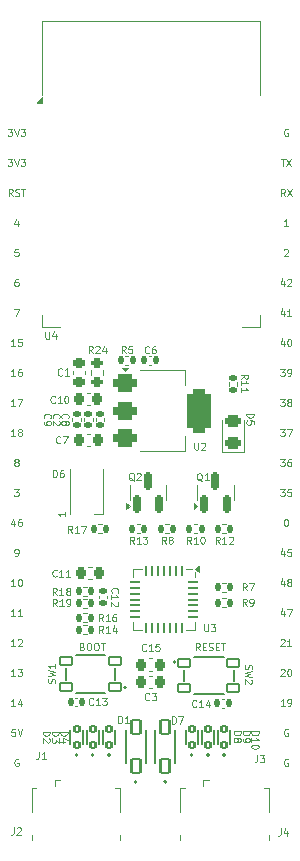
<source format=gbr>
%TF.GenerationSoftware,KiCad,Pcbnew,8.0.4*%
%TF.CreationDate,2024-10-28T14:32:02-07:00*%
%TF.ProjectId,aqp_controller,6171705f-636f-46e7-9472-6f6c6c65722e,rev0*%
%TF.SameCoordinates,Original*%
%TF.FileFunction,Legend,Top*%
%TF.FilePolarity,Positive*%
%FSLAX46Y46*%
G04 Gerber Fmt 4.6, Leading zero omitted, Abs format (unit mm)*
G04 Created by KiCad (PCBNEW 8.0.4) date 2024-10-28 14:32:02*
%MOMM*%
%LPD*%
G01*
G04 APERTURE LIST*
G04 Aperture macros list*
%AMRoundRect*
0 Rectangle with rounded corners*
0 $1 Rounding radius*
0 $2 $3 $4 $5 $6 $7 $8 $9 X,Y pos of 4 corners*
0 Add a 4 corners polygon primitive as box body*
4,1,4,$2,$3,$4,$5,$6,$7,$8,$9,$2,$3,0*
0 Add four circle primitives for the rounded corners*
1,1,$1+$1,$2,$3*
1,1,$1+$1,$4,$5*
1,1,$1+$1,$6,$7*
1,1,$1+$1,$8,$9*
0 Add four rect primitives between the rounded corners*
20,1,$1+$1,$2,$3,$4,$5,0*
20,1,$1+$1,$4,$5,$6,$7,0*
20,1,$1+$1,$6,$7,$8,$9,0*
20,1,$1+$1,$8,$9,$2,$3,0*%
G04 Aperture macros list end*
%ADD10C,0.100000*%
%ADD11C,0.120000*%
%ADD12C,0.127000*%
%ADD13C,0.200000*%
%ADD14O,2.600000X1.700000*%
%ADD15RoundRect,0.140000X-0.170000X0.140000X-0.170000X-0.140000X0.170000X-0.140000X0.170000X0.140000X0*%
%ADD16RoundRect,0.150000X0.150000X-0.587500X0.150000X0.587500X-0.150000X0.587500X-0.150000X-0.587500X0*%
%ADD17RoundRect,0.102000X0.200000X-0.240000X0.200000X0.240000X-0.200000X0.240000X-0.200000X-0.240000X0*%
%ADD18RoundRect,0.062500X-0.062500X0.337500X-0.062500X-0.337500X0.062500X-0.337500X0.062500X0.337500X0*%
%ADD19RoundRect,0.062500X-0.337500X0.062500X-0.337500X-0.062500X0.337500X-0.062500X0.337500X0.062500X0*%
%ADD20R,3.350000X3.350000*%
%ADD21RoundRect,0.375000X-0.625000X-0.375000X0.625000X-0.375000X0.625000X0.375000X-0.625000X0.375000X0*%
%ADD22RoundRect,0.500000X-0.500000X-1.400000X0.500000X-1.400000X0.500000X1.400000X-0.500000X1.400000X0*%
%ADD23RoundRect,0.140000X0.170000X-0.140000X0.170000X0.140000X-0.170000X0.140000X-0.170000X-0.140000X0*%
%ADD24RoundRect,0.135000X-0.135000X-0.185000X0.135000X-0.185000X0.135000X0.185000X-0.135000X0.185000X0*%
%ADD25RoundRect,0.225000X-0.225000X-0.250000X0.225000X-0.250000X0.225000X0.250000X-0.225000X0.250000X0*%
%ADD26RoundRect,0.140000X-0.140000X-0.170000X0.140000X-0.170000X0.140000X0.170000X-0.140000X0.170000X0*%
%ADD27RoundRect,0.102000X0.525000X0.325000X-0.525000X0.325000X-0.525000X-0.325000X0.525000X-0.325000X0*%
%ADD28RoundRect,0.225000X-0.250000X0.225000X-0.250000X-0.225000X0.250000X-0.225000X0.250000X0.225000X0*%
%ADD29R,0.600000X1.000000*%
%ADD30RoundRect,0.102000X0.365000X-0.605000X0.365000X0.605000X-0.365000X0.605000X-0.365000X-0.605000X0*%
%ADD31R,0.400000X1.350000*%
%ADD32O,0.890000X1.550000*%
%ADD33R,1.200000X1.550000*%
%ADD34O,1.250000X0.950000*%
%ADD35R,1.500000X1.550000*%
%ADD36RoundRect,0.135000X0.135000X0.185000X-0.135000X0.185000X-0.135000X-0.185000X0.135000X-0.185000X0*%
%ADD37RoundRect,0.200000X-0.275000X0.200000X-0.275000X-0.200000X0.275000X-0.200000X0.275000X0.200000X0*%
%ADD38RoundRect,0.243750X0.456250X-0.243750X0.456250X0.243750X-0.456250X0.243750X-0.456250X-0.243750X0*%
%ADD39R,1.500000X0.900000*%
%ADD40R,0.900000X1.500000*%
%ADD41C,0.600000*%
%ADD42R,3.900000X3.900000*%
%ADD43RoundRect,0.135000X0.185000X-0.135000X0.185000X0.135000X-0.185000X0.135000X-0.185000X-0.135000X0*%
%ADD44RoundRect,0.102000X-0.525000X-0.325000X0.525000X-0.325000X0.525000X0.325000X-0.525000X0.325000X0*%
G04 APERTURE END LIST*
D10*
X157771047Y-95935581D02*
X157771047Y-96335581D01*
X157628189Y-95707010D02*
X157485332Y-96135581D01*
X157485332Y-96135581D02*
X157856761Y-96135581D01*
X158399618Y-96335581D02*
X158056761Y-96335581D01*
X158228190Y-96335581D02*
X158228190Y-95735581D01*
X158228190Y-95735581D02*
X158171047Y-95821295D01*
X158171047Y-95821295D02*
X158113904Y-95878438D01*
X158113904Y-95878438D02*
X158056761Y-95907010D01*
X157485332Y-83035581D02*
X157828190Y-83035581D01*
X157656761Y-83635581D02*
X157656761Y-83035581D01*
X157971047Y-83035581D02*
X158371047Y-83635581D01*
X158371047Y-83035581D02*
X157971047Y-83635581D01*
X158099618Y-80524152D02*
X158042476Y-80495581D01*
X158042476Y-80495581D02*
X157956761Y-80495581D01*
X157956761Y-80495581D02*
X157871047Y-80524152D01*
X157871047Y-80524152D02*
X157813904Y-80581295D01*
X157813904Y-80581295D02*
X157785333Y-80638438D01*
X157785333Y-80638438D02*
X157756761Y-80752724D01*
X157756761Y-80752724D02*
X157756761Y-80838438D01*
X157756761Y-80838438D02*
X157785333Y-80952724D01*
X157785333Y-80952724D02*
X157813904Y-81009867D01*
X157813904Y-81009867D02*
X157871047Y-81067010D01*
X157871047Y-81067010D02*
X157956761Y-81095581D01*
X157956761Y-81095581D02*
X158013904Y-81095581D01*
X158013904Y-81095581D02*
X158099618Y-81067010D01*
X158099618Y-81067010D02*
X158128190Y-81038438D01*
X158128190Y-81038438D02*
X158128190Y-80838438D01*
X158128190Y-80838438D02*
X158013904Y-80838438D01*
X135005627Y-131300911D02*
X134719913Y-131300911D01*
X134719913Y-131300911D02*
X134691341Y-131586625D01*
X134691341Y-131586625D02*
X134719913Y-131558054D01*
X134719913Y-131558054D02*
X134777056Y-131529482D01*
X134777056Y-131529482D02*
X134919913Y-131529482D01*
X134919913Y-131529482D02*
X134977056Y-131558054D01*
X134977056Y-131558054D02*
X135005627Y-131586625D01*
X135005627Y-131586625D02*
X135034198Y-131643768D01*
X135034198Y-131643768D02*
X135034198Y-131786625D01*
X135034198Y-131786625D02*
X135005627Y-131843768D01*
X135005627Y-131843768D02*
X134977056Y-131872340D01*
X134977056Y-131872340D02*
X134919913Y-131900911D01*
X134919913Y-131900911D02*
X134777056Y-131900911D01*
X134777056Y-131900911D02*
X134719913Y-131872340D01*
X134719913Y-131872340D02*
X134691341Y-131843768D01*
X135205627Y-131300911D02*
X135405627Y-131900911D01*
X135405627Y-131900911D02*
X135605627Y-131300911D01*
X134791341Y-86180911D02*
X134591341Y-85895197D01*
X134448484Y-86180911D02*
X134448484Y-85580911D01*
X134448484Y-85580911D02*
X134677055Y-85580911D01*
X134677055Y-85580911D02*
X134734198Y-85609482D01*
X134734198Y-85609482D02*
X134762769Y-85638054D01*
X134762769Y-85638054D02*
X134791341Y-85695197D01*
X134791341Y-85695197D02*
X134791341Y-85780911D01*
X134791341Y-85780911D02*
X134762769Y-85838054D01*
X134762769Y-85838054D02*
X134734198Y-85866625D01*
X134734198Y-85866625D02*
X134677055Y-85895197D01*
X134677055Y-85895197D02*
X134448484Y-85895197D01*
X135019912Y-86152340D02*
X135105627Y-86180911D01*
X135105627Y-86180911D02*
X135248484Y-86180911D01*
X135248484Y-86180911D02*
X135305627Y-86152340D01*
X135305627Y-86152340D02*
X135334198Y-86123768D01*
X135334198Y-86123768D02*
X135362769Y-86066625D01*
X135362769Y-86066625D02*
X135362769Y-86009482D01*
X135362769Y-86009482D02*
X135334198Y-85952340D01*
X135334198Y-85952340D02*
X135305627Y-85923768D01*
X135305627Y-85923768D02*
X135248484Y-85895197D01*
X135248484Y-85895197D02*
X135134198Y-85866625D01*
X135134198Y-85866625D02*
X135077055Y-85838054D01*
X135077055Y-85838054D02*
X135048484Y-85809482D01*
X135048484Y-85809482D02*
X135019912Y-85752340D01*
X135019912Y-85752340D02*
X135019912Y-85695197D01*
X135019912Y-85695197D02*
X135048484Y-85638054D01*
X135048484Y-85638054D02*
X135077055Y-85609482D01*
X135077055Y-85609482D02*
X135134198Y-85580911D01*
X135134198Y-85580911D02*
X135277055Y-85580911D01*
X135277055Y-85580911D02*
X135362769Y-85609482D01*
X135534198Y-85580911D02*
X135877056Y-85580911D01*
X135705627Y-86180911D02*
X135705627Y-85580911D01*
X157456761Y-105895581D02*
X157828189Y-105895581D01*
X157828189Y-105895581D02*
X157628189Y-106124152D01*
X157628189Y-106124152D02*
X157713904Y-106124152D01*
X157713904Y-106124152D02*
X157771047Y-106152724D01*
X157771047Y-106152724D02*
X157799618Y-106181295D01*
X157799618Y-106181295D02*
X157828189Y-106238438D01*
X157828189Y-106238438D02*
X157828189Y-106381295D01*
X157828189Y-106381295D02*
X157799618Y-106438438D01*
X157799618Y-106438438D02*
X157771047Y-106467010D01*
X157771047Y-106467010D02*
X157713904Y-106495581D01*
X157713904Y-106495581D02*
X157542475Y-106495581D01*
X157542475Y-106495581D02*
X157485332Y-106467010D01*
X157485332Y-106467010D02*
X157456761Y-106438438D01*
X158028190Y-105895581D02*
X158428190Y-105895581D01*
X158428190Y-105895581D02*
X158171047Y-106495581D01*
X158099618Y-131324152D02*
X158042476Y-131295581D01*
X158042476Y-131295581D02*
X157956761Y-131295581D01*
X157956761Y-131295581D02*
X157871047Y-131324152D01*
X157871047Y-131324152D02*
X157813904Y-131381295D01*
X157813904Y-131381295D02*
X157785333Y-131438438D01*
X157785333Y-131438438D02*
X157756761Y-131552724D01*
X157756761Y-131552724D02*
X157756761Y-131638438D01*
X157756761Y-131638438D02*
X157785333Y-131752724D01*
X157785333Y-131752724D02*
X157813904Y-131809867D01*
X157813904Y-131809867D02*
X157871047Y-131867010D01*
X157871047Y-131867010D02*
X157956761Y-131895581D01*
X157956761Y-131895581D02*
X158013904Y-131895581D01*
X158013904Y-131895581D02*
X158099618Y-131867010D01*
X158099618Y-131867010D02*
X158128190Y-131838438D01*
X158128190Y-131838438D02*
X158128190Y-131638438D01*
X158128190Y-131638438D02*
X158013904Y-131638438D01*
X157771047Y-93395581D02*
X157771047Y-93795581D01*
X157628189Y-93167010D02*
X157485332Y-93595581D01*
X157485332Y-93595581D02*
X157856761Y-93595581D01*
X158056761Y-93252724D02*
X158085333Y-93224152D01*
X158085333Y-93224152D02*
X158142476Y-93195581D01*
X158142476Y-93195581D02*
X158285333Y-93195581D01*
X158285333Y-93195581D02*
X158342476Y-93224152D01*
X158342476Y-93224152D02*
X158371047Y-93252724D01*
X158371047Y-93252724D02*
X158399618Y-93309867D01*
X158399618Y-93309867D02*
X158399618Y-93367010D01*
X158399618Y-93367010D02*
X158371047Y-93452724D01*
X158371047Y-93452724D02*
X158028190Y-93795581D01*
X158028190Y-93795581D02*
X158399618Y-93795581D01*
X135005626Y-101420911D02*
X134662769Y-101420911D01*
X134834198Y-101420911D02*
X134834198Y-100820911D01*
X134834198Y-100820911D02*
X134777055Y-100906625D01*
X134777055Y-100906625D02*
X134719912Y-100963768D01*
X134719912Y-100963768D02*
X134662769Y-100992340D01*
X135519913Y-100820911D02*
X135405627Y-100820911D01*
X135405627Y-100820911D02*
X135348484Y-100849482D01*
X135348484Y-100849482D02*
X135319913Y-100878054D01*
X135319913Y-100878054D02*
X135262770Y-100963768D01*
X135262770Y-100963768D02*
X135234198Y-101078054D01*
X135234198Y-101078054D02*
X135234198Y-101306625D01*
X135234198Y-101306625D02*
X135262770Y-101363768D01*
X135262770Y-101363768D02*
X135291341Y-101392340D01*
X135291341Y-101392340D02*
X135348484Y-101420911D01*
X135348484Y-101420911D02*
X135462770Y-101420911D01*
X135462770Y-101420911D02*
X135519913Y-101392340D01*
X135519913Y-101392340D02*
X135548484Y-101363768D01*
X135548484Y-101363768D02*
X135577055Y-101306625D01*
X135577055Y-101306625D02*
X135577055Y-101163768D01*
X135577055Y-101163768D02*
X135548484Y-101106625D01*
X135548484Y-101106625D02*
X135519913Y-101078054D01*
X135519913Y-101078054D02*
X135462770Y-101049482D01*
X135462770Y-101049482D02*
X135348484Y-101049482D01*
X135348484Y-101049482D02*
X135291341Y-101078054D01*
X135291341Y-101078054D02*
X135262770Y-101106625D01*
X135262770Y-101106625D02*
X135234198Y-101163768D01*
X158113904Y-88715581D02*
X157771047Y-88715581D01*
X157942476Y-88715581D02*
X157942476Y-88115581D01*
X157942476Y-88115581D02*
X157885333Y-88201295D01*
X157885333Y-88201295D02*
X157828190Y-88258438D01*
X157828190Y-88258438D02*
X157771047Y-88287010D01*
X157913904Y-113515581D02*
X157971047Y-113515581D01*
X157971047Y-113515581D02*
X158028190Y-113544152D01*
X158028190Y-113544152D02*
X158056762Y-113572724D01*
X158056762Y-113572724D02*
X158085333Y-113629867D01*
X158085333Y-113629867D02*
X158113904Y-113744152D01*
X158113904Y-113744152D02*
X158113904Y-113887010D01*
X158113904Y-113887010D02*
X158085333Y-114001295D01*
X158085333Y-114001295D02*
X158056762Y-114058438D01*
X158056762Y-114058438D02*
X158028190Y-114087010D01*
X158028190Y-114087010D02*
X157971047Y-114115581D01*
X157971047Y-114115581D02*
X157913904Y-114115581D01*
X157913904Y-114115581D02*
X157856762Y-114087010D01*
X157856762Y-114087010D02*
X157828190Y-114058438D01*
X157828190Y-114058438D02*
X157799619Y-114001295D01*
X157799619Y-114001295D02*
X157771047Y-113887010D01*
X157771047Y-113887010D02*
X157771047Y-113744152D01*
X157771047Y-113744152D02*
X157799619Y-113629867D01*
X157799619Y-113629867D02*
X157828190Y-113572724D01*
X157828190Y-113572724D02*
X157856762Y-113544152D01*
X157856762Y-113544152D02*
X157913904Y-113515581D01*
X135005626Y-119200911D02*
X134662769Y-119200911D01*
X134834198Y-119200911D02*
X134834198Y-118600911D01*
X134834198Y-118600911D02*
X134777055Y-118686625D01*
X134777055Y-118686625D02*
X134719912Y-118743768D01*
X134719912Y-118743768D02*
X134662769Y-118772340D01*
X135377055Y-118600911D02*
X135434198Y-118600911D01*
X135434198Y-118600911D02*
X135491341Y-118629482D01*
X135491341Y-118629482D02*
X135519913Y-118658054D01*
X135519913Y-118658054D02*
X135548484Y-118715197D01*
X135548484Y-118715197D02*
X135577055Y-118829482D01*
X135577055Y-118829482D02*
X135577055Y-118972340D01*
X135577055Y-118972340D02*
X135548484Y-119086625D01*
X135548484Y-119086625D02*
X135519913Y-119143768D01*
X135519913Y-119143768D02*
X135491341Y-119172340D01*
X135491341Y-119172340D02*
X135434198Y-119200911D01*
X135434198Y-119200911D02*
X135377055Y-119200911D01*
X135377055Y-119200911D02*
X135319913Y-119172340D01*
X135319913Y-119172340D02*
X135291341Y-119143768D01*
X135291341Y-119143768D02*
X135262770Y-119086625D01*
X135262770Y-119086625D02*
X135234198Y-118972340D01*
X135234198Y-118972340D02*
X135234198Y-118829482D01*
X135234198Y-118829482D02*
X135262770Y-118715197D01*
X135262770Y-118715197D02*
X135291341Y-118658054D01*
X135291341Y-118658054D02*
X135319913Y-118629482D01*
X135319913Y-118629482D02*
X135377055Y-118600911D01*
X157771047Y-116255581D02*
X157771047Y-116655581D01*
X157628189Y-116027010D02*
X157485332Y-116455581D01*
X157485332Y-116455581D02*
X157856761Y-116455581D01*
X158371047Y-116055581D02*
X158085333Y-116055581D01*
X158085333Y-116055581D02*
X158056761Y-116341295D01*
X158056761Y-116341295D02*
X158085333Y-116312724D01*
X158085333Y-116312724D02*
X158142476Y-116284152D01*
X158142476Y-116284152D02*
X158285333Y-116284152D01*
X158285333Y-116284152D02*
X158342476Y-116312724D01*
X158342476Y-116312724D02*
X158371047Y-116341295D01*
X158371047Y-116341295D02*
X158399618Y-116398438D01*
X158399618Y-116398438D02*
X158399618Y-116541295D01*
X158399618Y-116541295D02*
X158371047Y-116598438D01*
X158371047Y-116598438D02*
X158342476Y-116627010D01*
X158342476Y-116627010D02*
X158285333Y-116655581D01*
X158285333Y-116655581D02*
X158142476Y-116655581D01*
X158142476Y-116655581D02*
X158085333Y-116627010D01*
X158085333Y-116627010D02*
X158056761Y-116598438D01*
X157771047Y-98475581D02*
X157771047Y-98875581D01*
X157628189Y-98247010D02*
X157485332Y-98675581D01*
X157485332Y-98675581D02*
X157856761Y-98675581D01*
X158199618Y-98275581D02*
X158256761Y-98275581D01*
X158256761Y-98275581D02*
X158313904Y-98304152D01*
X158313904Y-98304152D02*
X158342476Y-98332724D01*
X158342476Y-98332724D02*
X158371047Y-98389867D01*
X158371047Y-98389867D02*
X158399618Y-98504152D01*
X158399618Y-98504152D02*
X158399618Y-98647010D01*
X158399618Y-98647010D02*
X158371047Y-98761295D01*
X158371047Y-98761295D02*
X158342476Y-98818438D01*
X158342476Y-98818438D02*
X158313904Y-98847010D01*
X158313904Y-98847010D02*
X158256761Y-98875581D01*
X158256761Y-98875581D02*
X158199618Y-98875581D01*
X158199618Y-98875581D02*
X158142476Y-98847010D01*
X158142476Y-98847010D02*
X158113904Y-98818438D01*
X158113904Y-98818438D02*
X158085333Y-98761295D01*
X158085333Y-98761295D02*
X158056761Y-98647010D01*
X158056761Y-98647010D02*
X158056761Y-98504152D01*
X158056761Y-98504152D02*
X158085333Y-98389867D01*
X158085333Y-98389867D02*
X158113904Y-98332724D01*
X158113904Y-98332724D02*
X158142476Y-98304152D01*
X158142476Y-98304152D02*
X158199618Y-98275581D01*
X157485332Y-123732724D02*
X157513904Y-123704152D01*
X157513904Y-123704152D02*
X157571047Y-123675581D01*
X157571047Y-123675581D02*
X157713904Y-123675581D01*
X157713904Y-123675581D02*
X157771047Y-123704152D01*
X157771047Y-123704152D02*
X157799618Y-123732724D01*
X157799618Y-123732724D02*
X157828189Y-123789867D01*
X157828189Y-123789867D02*
X157828189Y-123847010D01*
X157828189Y-123847010D02*
X157799618Y-123932724D01*
X157799618Y-123932724D02*
X157456761Y-124275581D01*
X157456761Y-124275581D02*
X157828189Y-124275581D01*
X158399618Y-124275581D02*
X158056761Y-124275581D01*
X158228190Y-124275581D02*
X158228190Y-123675581D01*
X158228190Y-123675581D02*
X158171047Y-123761295D01*
X158171047Y-123761295D02*
X158113904Y-123818438D01*
X158113904Y-123818438D02*
X158056761Y-123847010D01*
X134377055Y-80500911D02*
X134748483Y-80500911D01*
X134748483Y-80500911D02*
X134548483Y-80729482D01*
X134548483Y-80729482D02*
X134634198Y-80729482D01*
X134634198Y-80729482D02*
X134691341Y-80758054D01*
X134691341Y-80758054D02*
X134719912Y-80786625D01*
X134719912Y-80786625D02*
X134748483Y-80843768D01*
X134748483Y-80843768D02*
X134748483Y-80986625D01*
X134748483Y-80986625D02*
X134719912Y-81043768D01*
X134719912Y-81043768D02*
X134691341Y-81072340D01*
X134691341Y-81072340D02*
X134634198Y-81100911D01*
X134634198Y-81100911D02*
X134462769Y-81100911D01*
X134462769Y-81100911D02*
X134405626Y-81072340D01*
X134405626Y-81072340D02*
X134377055Y-81043768D01*
X134919912Y-80500911D02*
X135119912Y-81100911D01*
X135119912Y-81100911D02*
X135319912Y-80500911D01*
X135462770Y-80500911D02*
X135834198Y-80500911D01*
X135834198Y-80500911D02*
X135634198Y-80729482D01*
X135634198Y-80729482D02*
X135719913Y-80729482D01*
X135719913Y-80729482D02*
X135777056Y-80758054D01*
X135777056Y-80758054D02*
X135805627Y-80786625D01*
X135805627Y-80786625D02*
X135834198Y-80843768D01*
X135834198Y-80843768D02*
X135834198Y-80986625D01*
X135834198Y-80986625D02*
X135805627Y-81043768D01*
X135805627Y-81043768D02*
X135777056Y-81072340D01*
X135777056Y-81072340D02*
X135719913Y-81100911D01*
X135719913Y-81100911D02*
X135548484Y-81100911D01*
X135548484Y-81100911D02*
X135491341Y-81072340D01*
X135491341Y-81072340D02*
X135462770Y-81043768D01*
X134948484Y-113720911D02*
X134948484Y-114120911D01*
X134805626Y-113492340D02*
X134662769Y-113920911D01*
X134662769Y-113920911D02*
X135034198Y-113920911D01*
X135519913Y-113520911D02*
X135405627Y-113520911D01*
X135405627Y-113520911D02*
X135348484Y-113549482D01*
X135348484Y-113549482D02*
X135319913Y-113578054D01*
X135319913Y-113578054D02*
X135262770Y-113663768D01*
X135262770Y-113663768D02*
X135234198Y-113778054D01*
X135234198Y-113778054D02*
X135234198Y-114006625D01*
X135234198Y-114006625D02*
X135262770Y-114063768D01*
X135262770Y-114063768D02*
X135291341Y-114092340D01*
X135291341Y-114092340D02*
X135348484Y-114120911D01*
X135348484Y-114120911D02*
X135462770Y-114120911D01*
X135462770Y-114120911D02*
X135519913Y-114092340D01*
X135519913Y-114092340D02*
X135548484Y-114063768D01*
X135548484Y-114063768D02*
X135577055Y-114006625D01*
X135577055Y-114006625D02*
X135577055Y-113863768D01*
X135577055Y-113863768D02*
X135548484Y-113806625D01*
X135548484Y-113806625D02*
X135519913Y-113778054D01*
X135519913Y-113778054D02*
X135462770Y-113749482D01*
X135462770Y-113749482D02*
X135348484Y-113749482D01*
X135348484Y-113749482D02*
X135291341Y-113778054D01*
X135291341Y-113778054D02*
X135262770Y-113806625D01*
X135262770Y-113806625D02*
X135234198Y-113863768D01*
X135262770Y-90660911D02*
X134977056Y-90660911D01*
X134977056Y-90660911D02*
X134948484Y-90946625D01*
X134948484Y-90946625D02*
X134977056Y-90918054D01*
X134977056Y-90918054D02*
X135034199Y-90889482D01*
X135034199Y-90889482D02*
X135177056Y-90889482D01*
X135177056Y-90889482D02*
X135234199Y-90918054D01*
X135234199Y-90918054D02*
X135262770Y-90946625D01*
X135262770Y-90946625D02*
X135291341Y-91003768D01*
X135291341Y-91003768D02*
X135291341Y-91146625D01*
X135291341Y-91146625D02*
X135262770Y-91203768D01*
X135262770Y-91203768D02*
X135234199Y-91232340D01*
X135234199Y-91232340D02*
X135177056Y-91260911D01*
X135177056Y-91260911D02*
X135034199Y-91260911D01*
X135034199Y-91260911D02*
X134977056Y-91232340D01*
X134977056Y-91232340D02*
X134948484Y-91203768D01*
X157456761Y-110975581D02*
X157828189Y-110975581D01*
X157828189Y-110975581D02*
X157628189Y-111204152D01*
X157628189Y-111204152D02*
X157713904Y-111204152D01*
X157713904Y-111204152D02*
X157771047Y-111232724D01*
X157771047Y-111232724D02*
X157799618Y-111261295D01*
X157799618Y-111261295D02*
X157828189Y-111318438D01*
X157828189Y-111318438D02*
X157828189Y-111461295D01*
X157828189Y-111461295D02*
X157799618Y-111518438D01*
X157799618Y-111518438D02*
X157771047Y-111547010D01*
X157771047Y-111547010D02*
X157713904Y-111575581D01*
X157713904Y-111575581D02*
X157542475Y-111575581D01*
X157542475Y-111575581D02*
X157485332Y-111547010D01*
X157485332Y-111547010D02*
X157456761Y-111518438D01*
X158371047Y-110975581D02*
X158085333Y-110975581D01*
X158085333Y-110975581D02*
X158056761Y-111261295D01*
X158056761Y-111261295D02*
X158085333Y-111232724D01*
X158085333Y-111232724D02*
X158142476Y-111204152D01*
X158142476Y-111204152D02*
X158285333Y-111204152D01*
X158285333Y-111204152D02*
X158342476Y-111232724D01*
X158342476Y-111232724D02*
X158371047Y-111261295D01*
X158371047Y-111261295D02*
X158399618Y-111318438D01*
X158399618Y-111318438D02*
X158399618Y-111461295D01*
X158399618Y-111461295D02*
X158371047Y-111518438D01*
X158371047Y-111518438D02*
X158342476Y-111547010D01*
X158342476Y-111547010D02*
X158285333Y-111575581D01*
X158285333Y-111575581D02*
X158142476Y-111575581D01*
X158142476Y-111575581D02*
X158085333Y-111547010D01*
X158085333Y-111547010D02*
X158056761Y-111518438D01*
X135005627Y-116660911D02*
X135119913Y-116660911D01*
X135119913Y-116660911D02*
X135177056Y-116632340D01*
X135177056Y-116632340D02*
X135205627Y-116603768D01*
X135205627Y-116603768D02*
X135262770Y-116518054D01*
X135262770Y-116518054D02*
X135291341Y-116403768D01*
X135291341Y-116403768D02*
X135291341Y-116175197D01*
X135291341Y-116175197D02*
X135262770Y-116118054D01*
X135262770Y-116118054D02*
X135234199Y-116089482D01*
X135234199Y-116089482D02*
X135177056Y-116060911D01*
X135177056Y-116060911D02*
X135062770Y-116060911D01*
X135062770Y-116060911D02*
X135005627Y-116089482D01*
X135005627Y-116089482D02*
X134977056Y-116118054D01*
X134977056Y-116118054D02*
X134948484Y-116175197D01*
X134948484Y-116175197D02*
X134948484Y-116318054D01*
X134948484Y-116318054D02*
X134977056Y-116375197D01*
X134977056Y-116375197D02*
X135005627Y-116403768D01*
X135005627Y-116403768D02*
X135062770Y-116432340D01*
X135062770Y-116432340D02*
X135177056Y-116432340D01*
X135177056Y-116432340D02*
X135234199Y-116403768D01*
X135234199Y-116403768D02*
X135262770Y-116375197D01*
X135262770Y-116375197D02*
X135291341Y-116318054D01*
X158099618Y-133864152D02*
X158042476Y-133835581D01*
X158042476Y-133835581D02*
X157956761Y-133835581D01*
X157956761Y-133835581D02*
X157871047Y-133864152D01*
X157871047Y-133864152D02*
X157813904Y-133921295D01*
X157813904Y-133921295D02*
X157785333Y-133978438D01*
X157785333Y-133978438D02*
X157756761Y-134092724D01*
X157756761Y-134092724D02*
X157756761Y-134178438D01*
X157756761Y-134178438D02*
X157785333Y-134292724D01*
X157785333Y-134292724D02*
X157813904Y-134349867D01*
X157813904Y-134349867D02*
X157871047Y-134407010D01*
X157871047Y-134407010D02*
X157956761Y-134435581D01*
X157956761Y-134435581D02*
X158013904Y-134435581D01*
X158013904Y-134435581D02*
X158099618Y-134407010D01*
X158099618Y-134407010D02*
X158128190Y-134378438D01*
X158128190Y-134378438D02*
X158128190Y-134178438D01*
X158128190Y-134178438D02*
X158013904Y-134178438D01*
X157456761Y-100815581D02*
X157828189Y-100815581D01*
X157828189Y-100815581D02*
X157628189Y-101044152D01*
X157628189Y-101044152D02*
X157713904Y-101044152D01*
X157713904Y-101044152D02*
X157771047Y-101072724D01*
X157771047Y-101072724D02*
X157799618Y-101101295D01*
X157799618Y-101101295D02*
X157828189Y-101158438D01*
X157828189Y-101158438D02*
X157828189Y-101301295D01*
X157828189Y-101301295D02*
X157799618Y-101358438D01*
X157799618Y-101358438D02*
X157771047Y-101387010D01*
X157771047Y-101387010D02*
X157713904Y-101415581D01*
X157713904Y-101415581D02*
X157542475Y-101415581D01*
X157542475Y-101415581D02*
X157485332Y-101387010D01*
X157485332Y-101387010D02*
X157456761Y-101358438D01*
X158113904Y-101415581D02*
X158228190Y-101415581D01*
X158228190Y-101415581D02*
X158285333Y-101387010D01*
X158285333Y-101387010D02*
X158313904Y-101358438D01*
X158313904Y-101358438D02*
X158371047Y-101272724D01*
X158371047Y-101272724D02*
X158399618Y-101158438D01*
X158399618Y-101158438D02*
X158399618Y-100929867D01*
X158399618Y-100929867D02*
X158371047Y-100872724D01*
X158371047Y-100872724D02*
X158342476Y-100844152D01*
X158342476Y-100844152D02*
X158285333Y-100815581D01*
X158285333Y-100815581D02*
X158171047Y-100815581D01*
X158171047Y-100815581D02*
X158113904Y-100844152D01*
X158113904Y-100844152D02*
X158085333Y-100872724D01*
X158085333Y-100872724D02*
X158056761Y-100929867D01*
X158056761Y-100929867D02*
X158056761Y-101072724D01*
X158056761Y-101072724D02*
X158085333Y-101129867D01*
X158085333Y-101129867D02*
X158113904Y-101158438D01*
X158113904Y-101158438D02*
X158171047Y-101187010D01*
X158171047Y-101187010D02*
X158285333Y-101187010D01*
X158285333Y-101187010D02*
X158342476Y-101158438D01*
X158342476Y-101158438D02*
X158371047Y-101129867D01*
X158371047Y-101129867D02*
X158399618Y-101072724D01*
X135234199Y-93200911D02*
X135119913Y-93200911D01*
X135119913Y-93200911D02*
X135062770Y-93229482D01*
X135062770Y-93229482D02*
X135034199Y-93258054D01*
X135034199Y-93258054D02*
X134977056Y-93343768D01*
X134977056Y-93343768D02*
X134948484Y-93458054D01*
X134948484Y-93458054D02*
X134948484Y-93686625D01*
X134948484Y-93686625D02*
X134977056Y-93743768D01*
X134977056Y-93743768D02*
X135005627Y-93772340D01*
X135005627Y-93772340D02*
X135062770Y-93800911D01*
X135062770Y-93800911D02*
X135177056Y-93800911D01*
X135177056Y-93800911D02*
X135234199Y-93772340D01*
X135234199Y-93772340D02*
X135262770Y-93743768D01*
X135262770Y-93743768D02*
X135291341Y-93686625D01*
X135291341Y-93686625D02*
X135291341Y-93543768D01*
X135291341Y-93543768D02*
X135262770Y-93486625D01*
X135262770Y-93486625D02*
X135234199Y-93458054D01*
X135234199Y-93458054D02*
X135177056Y-93429482D01*
X135177056Y-93429482D02*
X135062770Y-93429482D01*
X135062770Y-93429482D02*
X135005627Y-93458054D01*
X135005627Y-93458054D02*
X134977056Y-93486625D01*
X134977056Y-93486625D02*
X134948484Y-93543768D01*
X135005626Y-121740911D02*
X134662769Y-121740911D01*
X134834198Y-121740911D02*
X134834198Y-121140911D01*
X134834198Y-121140911D02*
X134777055Y-121226625D01*
X134777055Y-121226625D02*
X134719912Y-121283768D01*
X134719912Y-121283768D02*
X134662769Y-121312340D01*
X135577055Y-121740911D02*
X135234198Y-121740911D01*
X135405627Y-121740911D02*
X135405627Y-121140911D01*
X135405627Y-121140911D02*
X135348484Y-121226625D01*
X135348484Y-121226625D02*
X135291341Y-121283768D01*
X135291341Y-121283768D02*
X135234198Y-121312340D01*
X157771047Y-90712724D02*
X157799619Y-90684152D01*
X157799619Y-90684152D02*
X157856762Y-90655581D01*
X157856762Y-90655581D02*
X157999619Y-90655581D01*
X157999619Y-90655581D02*
X158056762Y-90684152D01*
X158056762Y-90684152D02*
X158085333Y-90712724D01*
X158085333Y-90712724D02*
X158113904Y-90769867D01*
X158113904Y-90769867D02*
X158113904Y-90827010D01*
X158113904Y-90827010D02*
X158085333Y-90912724D01*
X158085333Y-90912724D02*
X157742476Y-91255581D01*
X157742476Y-91255581D02*
X158113904Y-91255581D01*
X135005626Y-103960911D02*
X134662769Y-103960911D01*
X134834198Y-103960911D02*
X134834198Y-103360911D01*
X134834198Y-103360911D02*
X134777055Y-103446625D01*
X134777055Y-103446625D02*
X134719912Y-103503768D01*
X134719912Y-103503768D02*
X134662769Y-103532340D01*
X135205627Y-103360911D02*
X135605627Y-103360911D01*
X135605627Y-103360911D02*
X135348484Y-103960911D01*
X150617790Y-124640547D02*
X150417790Y-124354833D01*
X150274933Y-124640547D02*
X150274933Y-124040547D01*
X150274933Y-124040547D02*
X150503504Y-124040547D01*
X150503504Y-124040547D02*
X150560647Y-124069118D01*
X150560647Y-124069118D02*
X150589218Y-124097690D01*
X150589218Y-124097690D02*
X150617790Y-124154833D01*
X150617790Y-124154833D02*
X150617790Y-124240547D01*
X150617790Y-124240547D02*
X150589218Y-124297690D01*
X150589218Y-124297690D02*
X150560647Y-124326261D01*
X150560647Y-124326261D02*
X150503504Y-124354833D01*
X150503504Y-124354833D02*
X150274933Y-124354833D01*
X150874933Y-124326261D02*
X151074933Y-124326261D01*
X151160647Y-124640547D02*
X150874933Y-124640547D01*
X150874933Y-124640547D02*
X150874933Y-124040547D01*
X150874933Y-124040547D02*
X151160647Y-124040547D01*
X151389218Y-124611976D02*
X151474933Y-124640547D01*
X151474933Y-124640547D02*
X151617790Y-124640547D01*
X151617790Y-124640547D02*
X151674933Y-124611976D01*
X151674933Y-124611976D02*
X151703504Y-124583404D01*
X151703504Y-124583404D02*
X151732075Y-124526261D01*
X151732075Y-124526261D02*
X151732075Y-124469118D01*
X151732075Y-124469118D02*
X151703504Y-124411976D01*
X151703504Y-124411976D02*
X151674933Y-124383404D01*
X151674933Y-124383404D02*
X151617790Y-124354833D01*
X151617790Y-124354833D02*
X151503504Y-124326261D01*
X151503504Y-124326261D02*
X151446361Y-124297690D01*
X151446361Y-124297690D02*
X151417790Y-124269118D01*
X151417790Y-124269118D02*
X151389218Y-124211976D01*
X151389218Y-124211976D02*
X151389218Y-124154833D01*
X151389218Y-124154833D02*
X151417790Y-124097690D01*
X151417790Y-124097690D02*
X151446361Y-124069118D01*
X151446361Y-124069118D02*
X151503504Y-124040547D01*
X151503504Y-124040547D02*
X151646361Y-124040547D01*
X151646361Y-124040547D02*
X151732075Y-124069118D01*
X151989219Y-124326261D02*
X152189219Y-124326261D01*
X152274933Y-124640547D02*
X151989219Y-124640547D01*
X151989219Y-124640547D02*
X151989219Y-124040547D01*
X151989219Y-124040547D02*
X152274933Y-124040547D01*
X152446361Y-124040547D02*
X152789219Y-124040547D01*
X152617790Y-124640547D02*
X152617790Y-124040547D01*
X157456761Y-108435581D02*
X157828189Y-108435581D01*
X157828189Y-108435581D02*
X157628189Y-108664152D01*
X157628189Y-108664152D02*
X157713904Y-108664152D01*
X157713904Y-108664152D02*
X157771047Y-108692724D01*
X157771047Y-108692724D02*
X157799618Y-108721295D01*
X157799618Y-108721295D02*
X157828189Y-108778438D01*
X157828189Y-108778438D02*
X157828189Y-108921295D01*
X157828189Y-108921295D02*
X157799618Y-108978438D01*
X157799618Y-108978438D02*
X157771047Y-109007010D01*
X157771047Y-109007010D02*
X157713904Y-109035581D01*
X157713904Y-109035581D02*
X157542475Y-109035581D01*
X157542475Y-109035581D02*
X157485332Y-109007010D01*
X157485332Y-109007010D02*
X157456761Y-108978438D01*
X158342476Y-108435581D02*
X158228190Y-108435581D01*
X158228190Y-108435581D02*
X158171047Y-108464152D01*
X158171047Y-108464152D02*
X158142476Y-108492724D01*
X158142476Y-108492724D02*
X158085333Y-108578438D01*
X158085333Y-108578438D02*
X158056761Y-108692724D01*
X158056761Y-108692724D02*
X158056761Y-108921295D01*
X158056761Y-108921295D02*
X158085333Y-108978438D01*
X158085333Y-108978438D02*
X158113904Y-109007010D01*
X158113904Y-109007010D02*
X158171047Y-109035581D01*
X158171047Y-109035581D02*
X158285333Y-109035581D01*
X158285333Y-109035581D02*
X158342476Y-109007010D01*
X158342476Y-109007010D02*
X158371047Y-108978438D01*
X158371047Y-108978438D02*
X158399618Y-108921295D01*
X158399618Y-108921295D02*
X158399618Y-108778438D01*
X158399618Y-108778438D02*
X158371047Y-108721295D01*
X158371047Y-108721295D02*
X158342476Y-108692724D01*
X158342476Y-108692724D02*
X158285333Y-108664152D01*
X158285333Y-108664152D02*
X158171047Y-108664152D01*
X158171047Y-108664152D02*
X158113904Y-108692724D01*
X158113904Y-108692724D02*
X158085333Y-108721295D01*
X158085333Y-108721295D02*
X158056761Y-108778438D01*
X157828189Y-129355581D02*
X157485332Y-129355581D01*
X157656761Y-129355581D02*
X157656761Y-128755581D01*
X157656761Y-128755581D02*
X157599618Y-128841295D01*
X157599618Y-128841295D02*
X157542475Y-128898438D01*
X157542475Y-128898438D02*
X157485332Y-128927010D01*
X158113904Y-129355581D02*
X158228190Y-129355581D01*
X158228190Y-129355581D02*
X158285333Y-129327010D01*
X158285333Y-129327010D02*
X158313904Y-129298438D01*
X158313904Y-129298438D02*
X158371047Y-129212724D01*
X158371047Y-129212724D02*
X158399618Y-129098438D01*
X158399618Y-129098438D02*
X158399618Y-128869867D01*
X158399618Y-128869867D02*
X158371047Y-128812724D01*
X158371047Y-128812724D02*
X158342476Y-128784152D01*
X158342476Y-128784152D02*
X158285333Y-128755581D01*
X158285333Y-128755581D02*
X158171047Y-128755581D01*
X158171047Y-128755581D02*
X158113904Y-128784152D01*
X158113904Y-128784152D02*
X158085333Y-128812724D01*
X158085333Y-128812724D02*
X158056761Y-128869867D01*
X158056761Y-128869867D02*
X158056761Y-129012724D01*
X158056761Y-129012724D02*
X158085333Y-129069867D01*
X158085333Y-129069867D02*
X158113904Y-129098438D01*
X158113904Y-129098438D02*
X158171047Y-129127010D01*
X158171047Y-129127010D02*
X158285333Y-129127010D01*
X158285333Y-129127010D02*
X158342476Y-129098438D01*
X158342476Y-129098438D02*
X158371047Y-129069867D01*
X158371047Y-129069867D02*
X158399618Y-129012724D01*
X135062770Y-108698054D02*
X135005627Y-108669482D01*
X135005627Y-108669482D02*
X134977056Y-108640911D01*
X134977056Y-108640911D02*
X134948484Y-108583768D01*
X134948484Y-108583768D02*
X134948484Y-108555197D01*
X134948484Y-108555197D02*
X134977056Y-108498054D01*
X134977056Y-108498054D02*
X135005627Y-108469482D01*
X135005627Y-108469482D02*
X135062770Y-108440911D01*
X135062770Y-108440911D02*
X135177056Y-108440911D01*
X135177056Y-108440911D02*
X135234199Y-108469482D01*
X135234199Y-108469482D02*
X135262770Y-108498054D01*
X135262770Y-108498054D02*
X135291341Y-108555197D01*
X135291341Y-108555197D02*
X135291341Y-108583768D01*
X135291341Y-108583768D02*
X135262770Y-108640911D01*
X135262770Y-108640911D02*
X135234199Y-108669482D01*
X135234199Y-108669482D02*
X135177056Y-108698054D01*
X135177056Y-108698054D02*
X135062770Y-108698054D01*
X135062770Y-108698054D02*
X135005627Y-108726625D01*
X135005627Y-108726625D02*
X134977056Y-108755197D01*
X134977056Y-108755197D02*
X134948484Y-108812340D01*
X134948484Y-108812340D02*
X134948484Y-108926625D01*
X134948484Y-108926625D02*
X134977056Y-108983768D01*
X134977056Y-108983768D02*
X135005627Y-109012340D01*
X135005627Y-109012340D02*
X135062770Y-109040911D01*
X135062770Y-109040911D02*
X135177056Y-109040911D01*
X135177056Y-109040911D02*
X135234199Y-109012340D01*
X135234199Y-109012340D02*
X135262770Y-108983768D01*
X135262770Y-108983768D02*
X135291341Y-108926625D01*
X135291341Y-108926625D02*
X135291341Y-108812340D01*
X135291341Y-108812340D02*
X135262770Y-108755197D01*
X135262770Y-108755197D02*
X135234199Y-108726625D01*
X135234199Y-108726625D02*
X135177056Y-108698054D01*
X134377055Y-83040911D02*
X134748483Y-83040911D01*
X134748483Y-83040911D02*
X134548483Y-83269482D01*
X134548483Y-83269482D02*
X134634198Y-83269482D01*
X134634198Y-83269482D02*
X134691341Y-83298054D01*
X134691341Y-83298054D02*
X134719912Y-83326625D01*
X134719912Y-83326625D02*
X134748483Y-83383768D01*
X134748483Y-83383768D02*
X134748483Y-83526625D01*
X134748483Y-83526625D02*
X134719912Y-83583768D01*
X134719912Y-83583768D02*
X134691341Y-83612340D01*
X134691341Y-83612340D02*
X134634198Y-83640911D01*
X134634198Y-83640911D02*
X134462769Y-83640911D01*
X134462769Y-83640911D02*
X134405626Y-83612340D01*
X134405626Y-83612340D02*
X134377055Y-83583768D01*
X134919912Y-83040911D02*
X135119912Y-83640911D01*
X135119912Y-83640911D02*
X135319912Y-83040911D01*
X135462770Y-83040911D02*
X135834198Y-83040911D01*
X135834198Y-83040911D02*
X135634198Y-83269482D01*
X135634198Y-83269482D02*
X135719913Y-83269482D01*
X135719913Y-83269482D02*
X135777056Y-83298054D01*
X135777056Y-83298054D02*
X135805627Y-83326625D01*
X135805627Y-83326625D02*
X135834198Y-83383768D01*
X135834198Y-83383768D02*
X135834198Y-83526625D01*
X135834198Y-83526625D02*
X135805627Y-83583768D01*
X135805627Y-83583768D02*
X135777056Y-83612340D01*
X135777056Y-83612340D02*
X135719913Y-83640911D01*
X135719913Y-83640911D02*
X135548484Y-83640911D01*
X135548484Y-83640911D02*
X135491341Y-83612340D01*
X135491341Y-83612340D02*
X135462770Y-83583768D01*
X135005626Y-129360911D02*
X134662769Y-129360911D01*
X134834198Y-129360911D02*
X134834198Y-128760911D01*
X134834198Y-128760911D02*
X134777055Y-128846625D01*
X134777055Y-128846625D02*
X134719912Y-128903768D01*
X134719912Y-128903768D02*
X134662769Y-128932340D01*
X135519913Y-128960911D02*
X135519913Y-129360911D01*
X135377055Y-128732340D02*
X135234198Y-129160911D01*
X135234198Y-129160911D02*
X135605627Y-129160911D01*
X135005626Y-124280911D02*
X134662769Y-124280911D01*
X134834198Y-124280911D02*
X134834198Y-123680911D01*
X134834198Y-123680911D02*
X134777055Y-123766625D01*
X134777055Y-123766625D02*
X134719912Y-123823768D01*
X134719912Y-123823768D02*
X134662769Y-123852340D01*
X135234198Y-123738054D02*
X135262770Y-123709482D01*
X135262770Y-123709482D02*
X135319913Y-123680911D01*
X135319913Y-123680911D02*
X135462770Y-123680911D01*
X135462770Y-123680911D02*
X135519913Y-123709482D01*
X135519913Y-123709482D02*
X135548484Y-123738054D01*
X135548484Y-123738054D02*
X135577055Y-123795197D01*
X135577055Y-123795197D02*
X135577055Y-123852340D01*
X135577055Y-123852340D02*
X135548484Y-123938054D01*
X135548484Y-123938054D02*
X135205627Y-124280911D01*
X135205627Y-124280911D02*
X135577055Y-124280911D01*
X135234199Y-88320911D02*
X135234199Y-88720911D01*
X135091341Y-88092340D02*
X134948484Y-88520911D01*
X134948484Y-88520911D02*
X135319913Y-88520911D01*
X157456761Y-103355581D02*
X157828189Y-103355581D01*
X157828189Y-103355581D02*
X157628189Y-103584152D01*
X157628189Y-103584152D02*
X157713904Y-103584152D01*
X157713904Y-103584152D02*
X157771047Y-103612724D01*
X157771047Y-103612724D02*
X157799618Y-103641295D01*
X157799618Y-103641295D02*
X157828189Y-103698438D01*
X157828189Y-103698438D02*
X157828189Y-103841295D01*
X157828189Y-103841295D02*
X157799618Y-103898438D01*
X157799618Y-103898438D02*
X157771047Y-103927010D01*
X157771047Y-103927010D02*
X157713904Y-103955581D01*
X157713904Y-103955581D02*
X157542475Y-103955581D01*
X157542475Y-103955581D02*
X157485332Y-103927010D01*
X157485332Y-103927010D02*
X157456761Y-103898438D01*
X158171047Y-103612724D02*
X158113904Y-103584152D01*
X158113904Y-103584152D02*
X158085333Y-103555581D01*
X158085333Y-103555581D02*
X158056761Y-103498438D01*
X158056761Y-103498438D02*
X158056761Y-103469867D01*
X158056761Y-103469867D02*
X158085333Y-103412724D01*
X158085333Y-103412724D02*
X158113904Y-103384152D01*
X158113904Y-103384152D02*
X158171047Y-103355581D01*
X158171047Y-103355581D02*
X158285333Y-103355581D01*
X158285333Y-103355581D02*
X158342476Y-103384152D01*
X158342476Y-103384152D02*
X158371047Y-103412724D01*
X158371047Y-103412724D02*
X158399618Y-103469867D01*
X158399618Y-103469867D02*
X158399618Y-103498438D01*
X158399618Y-103498438D02*
X158371047Y-103555581D01*
X158371047Y-103555581D02*
X158342476Y-103584152D01*
X158342476Y-103584152D02*
X158285333Y-103612724D01*
X158285333Y-103612724D02*
X158171047Y-103612724D01*
X158171047Y-103612724D02*
X158113904Y-103641295D01*
X158113904Y-103641295D02*
X158085333Y-103669867D01*
X158085333Y-103669867D02*
X158056761Y-103727010D01*
X158056761Y-103727010D02*
X158056761Y-103841295D01*
X158056761Y-103841295D02*
X158085333Y-103898438D01*
X158085333Y-103898438D02*
X158113904Y-103927010D01*
X158113904Y-103927010D02*
X158171047Y-103955581D01*
X158171047Y-103955581D02*
X158285333Y-103955581D01*
X158285333Y-103955581D02*
X158342476Y-103927010D01*
X158342476Y-103927010D02*
X158371047Y-103898438D01*
X158371047Y-103898438D02*
X158399618Y-103841295D01*
X158399618Y-103841295D02*
X158399618Y-103727010D01*
X158399618Y-103727010D02*
X158371047Y-103669867D01*
X158371047Y-103669867D02*
X158342476Y-103641295D01*
X158342476Y-103641295D02*
X158285333Y-103612724D01*
X134919913Y-110980911D02*
X135291341Y-110980911D01*
X135291341Y-110980911D02*
X135091341Y-111209482D01*
X135091341Y-111209482D02*
X135177056Y-111209482D01*
X135177056Y-111209482D02*
X135234199Y-111238054D01*
X135234199Y-111238054D02*
X135262770Y-111266625D01*
X135262770Y-111266625D02*
X135291341Y-111323768D01*
X135291341Y-111323768D02*
X135291341Y-111466625D01*
X135291341Y-111466625D02*
X135262770Y-111523768D01*
X135262770Y-111523768D02*
X135234199Y-111552340D01*
X135234199Y-111552340D02*
X135177056Y-111580911D01*
X135177056Y-111580911D02*
X135005627Y-111580911D01*
X135005627Y-111580911D02*
X134948484Y-111552340D01*
X134948484Y-111552340D02*
X134919913Y-111523768D01*
X135005626Y-126820911D02*
X134662769Y-126820911D01*
X134834198Y-126820911D02*
X134834198Y-126220911D01*
X134834198Y-126220911D02*
X134777055Y-126306625D01*
X134777055Y-126306625D02*
X134719912Y-126363768D01*
X134719912Y-126363768D02*
X134662769Y-126392340D01*
X135205627Y-126220911D02*
X135577055Y-126220911D01*
X135577055Y-126220911D02*
X135377055Y-126449482D01*
X135377055Y-126449482D02*
X135462770Y-126449482D01*
X135462770Y-126449482D02*
X135519913Y-126478054D01*
X135519913Y-126478054D02*
X135548484Y-126506625D01*
X135548484Y-126506625D02*
X135577055Y-126563768D01*
X135577055Y-126563768D02*
X135577055Y-126706625D01*
X135577055Y-126706625D02*
X135548484Y-126763768D01*
X135548484Y-126763768D02*
X135519913Y-126792340D01*
X135519913Y-126792340D02*
X135462770Y-126820911D01*
X135462770Y-126820911D02*
X135291341Y-126820911D01*
X135291341Y-126820911D02*
X135234198Y-126792340D01*
X135234198Y-126792340D02*
X135205627Y-126763768D01*
X157771047Y-121335581D02*
X157771047Y-121735581D01*
X157628189Y-121107010D02*
X157485332Y-121535581D01*
X157485332Y-121535581D02*
X157856761Y-121535581D01*
X158028190Y-121135581D02*
X158428190Y-121135581D01*
X158428190Y-121135581D02*
X158171047Y-121735581D01*
X135005626Y-98880911D02*
X134662769Y-98880911D01*
X134834198Y-98880911D02*
X134834198Y-98280911D01*
X134834198Y-98280911D02*
X134777055Y-98366625D01*
X134777055Y-98366625D02*
X134719912Y-98423768D01*
X134719912Y-98423768D02*
X134662769Y-98452340D01*
X135548484Y-98280911D02*
X135262770Y-98280911D01*
X135262770Y-98280911D02*
X135234198Y-98566625D01*
X135234198Y-98566625D02*
X135262770Y-98538054D01*
X135262770Y-98538054D02*
X135319913Y-98509482D01*
X135319913Y-98509482D02*
X135462770Y-98509482D01*
X135462770Y-98509482D02*
X135519913Y-98538054D01*
X135519913Y-98538054D02*
X135548484Y-98566625D01*
X135548484Y-98566625D02*
X135577055Y-98623768D01*
X135577055Y-98623768D02*
X135577055Y-98766625D01*
X135577055Y-98766625D02*
X135548484Y-98823768D01*
X135548484Y-98823768D02*
X135519913Y-98852340D01*
X135519913Y-98852340D02*
X135462770Y-98880911D01*
X135462770Y-98880911D02*
X135319913Y-98880911D01*
X135319913Y-98880911D02*
X135262770Y-98852340D01*
X135262770Y-98852340D02*
X135234198Y-98823768D01*
X157842476Y-86175581D02*
X157642476Y-85889867D01*
X157499619Y-86175581D02*
X157499619Y-85575581D01*
X157499619Y-85575581D02*
X157728190Y-85575581D01*
X157728190Y-85575581D02*
X157785333Y-85604152D01*
X157785333Y-85604152D02*
X157813904Y-85632724D01*
X157813904Y-85632724D02*
X157842476Y-85689867D01*
X157842476Y-85689867D02*
X157842476Y-85775581D01*
X157842476Y-85775581D02*
X157813904Y-85832724D01*
X157813904Y-85832724D02*
X157785333Y-85861295D01*
X157785333Y-85861295D02*
X157728190Y-85889867D01*
X157728190Y-85889867D02*
X157499619Y-85889867D01*
X158042476Y-85575581D02*
X158442476Y-86175581D01*
X158442476Y-85575581D02*
X158042476Y-86175581D01*
X135277055Y-133869482D02*
X135219913Y-133840911D01*
X135219913Y-133840911D02*
X135134198Y-133840911D01*
X135134198Y-133840911D02*
X135048484Y-133869482D01*
X135048484Y-133869482D02*
X134991341Y-133926625D01*
X134991341Y-133926625D02*
X134962770Y-133983768D01*
X134962770Y-133983768D02*
X134934198Y-134098054D01*
X134934198Y-134098054D02*
X134934198Y-134183768D01*
X134934198Y-134183768D02*
X134962770Y-134298054D01*
X134962770Y-134298054D02*
X134991341Y-134355197D01*
X134991341Y-134355197D02*
X135048484Y-134412340D01*
X135048484Y-134412340D02*
X135134198Y-134440911D01*
X135134198Y-134440911D02*
X135191341Y-134440911D01*
X135191341Y-134440911D02*
X135277055Y-134412340D01*
X135277055Y-134412340D02*
X135305627Y-134383768D01*
X135305627Y-134383768D02*
X135305627Y-134183768D01*
X135305627Y-134183768D02*
X135191341Y-134183768D01*
X157771047Y-118795581D02*
X157771047Y-119195581D01*
X157628189Y-118567010D02*
X157485332Y-118995581D01*
X157485332Y-118995581D02*
X157856761Y-118995581D01*
X158171047Y-118852724D02*
X158113904Y-118824152D01*
X158113904Y-118824152D02*
X158085333Y-118795581D01*
X158085333Y-118795581D02*
X158056761Y-118738438D01*
X158056761Y-118738438D02*
X158056761Y-118709867D01*
X158056761Y-118709867D02*
X158085333Y-118652724D01*
X158085333Y-118652724D02*
X158113904Y-118624152D01*
X158113904Y-118624152D02*
X158171047Y-118595581D01*
X158171047Y-118595581D02*
X158285333Y-118595581D01*
X158285333Y-118595581D02*
X158342476Y-118624152D01*
X158342476Y-118624152D02*
X158371047Y-118652724D01*
X158371047Y-118652724D02*
X158399618Y-118709867D01*
X158399618Y-118709867D02*
X158399618Y-118738438D01*
X158399618Y-118738438D02*
X158371047Y-118795581D01*
X158371047Y-118795581D02*
X158342476Y-118824152D01*
X158342476Y-118824152D02*
X158285333Y-118852724D01*
X158285333Y-118852724D02*
X158171047Y-118852724D01*
X158171047Y-118852724D02*
X158113904Y-118881295D01*
X158113904Y-118881295D02*
X158085333Y-118909867D01*
X158085333Y-118909867D02*
X158056761Y-118967010D01*
X158056761Y-118967010D02*
X158056761Y-119081295D01*
X158056761Y-119081295D02*
X158085333Y-119138438D01*
X158085333Y-119138438D02*
X158113904Y-119167010D01*
X158113904Y-119167010D02*
X158171047Y-119195581D01*
X158171047Y-119195581D02*
X158285333Y-119195581D01*
X158285333Y-119195581D02*
X158342476Y-119167010D01*
X158342476Y-119167010D02*
X158371047Y-119138438D01*
X158371047Y-119138438D02*
X158399618Y-119081295D01*
X158399618Y-119081295D02*
X158399618Y-118967010D01*
X158399618Y-118967010D02*
X158371047Y-118909867D01*
X158371047Y-118909867D02*
X158342476Y-118881295D01*
X158342476Y-118881295D02*
X158285333Y-118852724D01*
X134919913Y-95740911D02*
X135319913Y-95740911D01*
X135319913Y-95740911D02*
X135062770Y-96340911D01*
X157485332Y-126272724D02*
X157513904Y-126244152D01*
X157513904Y-126244152D02*
X157571047Y-126215581D01*
X157571047Y-126215581D02*
X157713904Y-126215581D01*
X157713904Y-126215581D02*
X157771047Y-126244152D01*
X157771047Y-126244152D02*
X157799618Y-126272724D01*
X157799618Y-126272724D02*
X157828189Y-126329867D01*
X157828189Y-126329867D02*
X157828189Y-126387010D01*
X157828189Y-126387010D02*
X157799618Y-126472724D01*
X157799618Y-126472724D02*
X157456761Y-126815581D01*
X157456761Y-126815581D02*
X157828189Y-126815581D01*
X158199618Y-126215581D02*
X158256761Y-126215581D01*
X158256761Y-126215581D02*
X158313904Y-126244152D01*
X158313904Y-126244152D02*
X158342476Y-126272724D01*
X158342476Y-126272724D02*
X158371047Y-126329867D01*
X158371047Y-126329867D02*
X158399618Y-126444152D01*
X158399618Y-126444152D02*
X158399618Y-126587010D01*
X158399618Y-126587010D02*
X158371047Y-126701295D01*
X158371047Y-126701295D02*
X158342476Y-126758438D01*
X158342476Y-126758438D02*
X158313904Y-126787010D01*
X158313904Y-126787010D02*
X158256761Y-126815581D01*
X158256761Y-126815581D02*
X158199618Y-126815581D01*
X158199618Y-126815581D02*
X158142476Y-126787010D01*
X158142476Y-126787010D02*
X158113904Y-126758438D01*
X158113904Y-126758438D02*
X158085333Y-126701295D01*
X158085333Y-126701295D02*
X158056761Y-126587010D01*
X158056761Y-126587010D02*
X158056761Y-126444152D01*
X158056761Y-126444152D02*
X158085333Y-126329867D01*
X158085333Y-126329867D02*
X158113904Y-126272724D01*
X158113904Y-126272724D02*
X158142476Y-126244152D01*
X158142476Y-126244152D02*
X158199618Y-126215581D01*
X135005626Y-106500911D02*
X134662769Y-106500911D01*
X134834198Y-106500911D02*
X134834198Y-105900911D01*
X134834198Y-105900911D02*
X134777055Y-105986625D01*
X134777055Y-105986625D02*
X134719912Y-106043768D01*
X134719912Y-106043768D02*
X134662769Y-106072340D01*
X135348484Y-106158054D02*
X135291341Y-106129482D01*
X135291341Y-106129482D02*
X135262770Y-106100911D01*
X135262770Y-106100911D02*
X135234198Y-106043768D01*
X135234198Y-106043768D02*
X135234198Y-106015197D01*
X135234198Y-106015197D02*
X135262770Y-105958054D01*
X135262770Y-105958054D02*
X135291341Y-105929482D01*
X135291341Y-105929482D02*
X135348484Y-105900911D01*
X135348484Y-105900911D02*
X135462770Y-105900911D01*
X135462770Y-105900911D02*
X135519913Y-105929482D01*
X135519913Y-105929482D02*
X135548484Y-105958054D01*
X135548484Y-105958054D02*
X135577055Y-106015197D01*
X135577055Y-106015197D02*
X135577055Y-106043768D01*
X135577055Y-106043768D02*
X135548484Y-106100911D01*
X135548484Y-106100911D02*
X135519913Y-106129482D01*
X135519913Y-106129482D02*
X135462770Y-106158054D01*
X135462770Y-106158054D02*
X135348484Y-106158054D01*
X135348484Y-106158054D02*
X135291341Y-106186625D01*
X135291341Y-106186625D02*
X135262770Y-106215197D01*
X135262770Y-106215197D02*
X135234198Y-106272340D01*
X135234198Y-106272340D02*
X135234198Y-106386625D01*
X135234198Y-106386625D02*
X135262770Y-106443768D01*
X135262770Y-106443768D02*
X135291341Y-106472340D01*
X135291341Y-106472340D02*
X135348484Y-106500911D01*
X135348484Y-106500911D02*
X135462770Y-106500911D01*
X135462770Y-106500911D02*
X135519913Y-106472340D01*
X135519913Y-106472340D02*
X135548484Y-106443768D01*
X135548484Y-106443768D02*
X135577055Y-106386625D01*
X135577055Y-106386625D02*
X135577055Y-106272340D01*
X135577055Y-106272340D02*
X135548484Y-106215197D01*
X135548484Y-106215197D02*
X135519913Y-106186625D01*
X135519913Y-106186625D02*
X135462770Y-106158054D01*
X140674934Y-124326261D02*
X140760648Y-124354833D01*
X140760648Y-124354833D02*
X140789219Y-124383404D01*
X140789219Y-124383404D02*
X140817791Y-124440547D01*
X140817791Y-124440547D02*
X140817791Y-124526261D01*
X140817791Y-124526261D02*
X140789219Y-124583404D01*
X140789219Y-124583404D02*
X140760648Y-124611976D01*
X140760648Y-124611976D02*
X140703505Y-124640547D01*
X140703505Y-124640547D02*
X140474934Y-124640547D01*
X140474934Y-124640547D02*
X140474934Y-124040547D01*
X140474934Y-124040547D02*
X140674934Y-124040547D01*
X140674934Y-124040547D02*
X140732077Y-124069118D01*
X140732077Y-124069118D02*
X140760648Y-124097690D01*
X140760648Y-124097690D02*
X140789219Y-124154833D01*
X140789219Y-124154833D02*
X140789219Y-124211976D01*
X140789219Y-124211976D02*
X140760648Y-124269118D01*
X140760648Y-124269118D02*
X140732077Y-124297690D01*
X140732077Y-124297690D02*
X140674934Y-124326261D01*
X140674934Y-124326261D02*
X140474934Y-124326261D01*
X141189219Y-124040547D02*
X141303505Y-124040547D01*
X141303505Y-124040547D02*
X141360648Y-124069118D01*
X141360648Y-124069118D02*
X141417791Y-124126261D01*
X141417791Y-124126261D02*
X141446362Y-124240547D01*
X141446362Y-124240547D02*
X141446362Y-124440547D01*
X141446362Y-124440547D02*
X141417791Y-124554833D01*
X141417791Y-124554833D02*
X141360648Y-124611976D01*
X141360648Y-124611976D02*
X141303505Y-124640547D01*
X141303505Y-124640547D02*
X141189219Y-124640547D01*
X141189219Y-124640547D02*
X141132077Y-124611976D01*
X141132077Y-124611976D02*
X141074934Y-124554833D01*
X141074934Y-124554833D02*
X141046362Y-124440547D01*
X141046362Y-124440547D02*
X141046362Y-124240547D01*
X141046362Y-124240547D02*
X141074934Y-124126261D01*
X141074934Y-124126261D02*
X141132077Y-124069118D01*
X141132077Y-124069118D02*
X141189219Y-124040547D01*
X141817790Y-124040547D02*
X141932076Y-124040547D01*
X141932076Y-124040547D02*
X141989219Y-124069118D01*
X141989219Y-124069118D02*
X142046362Y-124126261D01*
X142046362Y-124126261D02*
X142074933Y-124240547D01*
X142074933Y-124240547D02*
X142074933Y-124440547D01*
X142074933Y-124440547D02*
X142046362Y-124554833D01*
X142046362Y-124554833D02*
X141989219Y-124611976D01*
X141989219Y-124611976D02*
X141932076Y-124640547D01*
X141932076Y-124640547D02*
X141817790Y-124640547D01*
X141817790Y-124640547D02*
X141760648Y-124611976D01*
X141760648Y-124611976D02*
X141703505Y-124554833D01*
X141703505Y-124554833D02*
X141674933Y-124440547D01*
X141674933Y-124440547D02*
X141674933Y-124240547D01*
X141674933Y-124240547D02*
X141703505Y-124126261D01*
X141703505Y-124126261D02*
X141760648Y-124069118D01*
X141760648Y-124069118D02*
X141817790Y-124040547D01*
X142246361Y-124040547D02*
X142589219Y-124040547D01*
X142417790Y-124640547D02*
X142417790Y-124040547D01*
X136999999Y-133272371D02*
X136999999Y-133700942D01*
X136999999Y-133700942D02*
X136971428Y-133786657D01*
X136971428Y-133786657D02*
X136914285Y-133843800D01*
X136914285Y-133843800D02*
X136828571Y-133872371D01*
X136828571Y-133872371D02*
X136771428Y-133872371D01*
X137599999Y-133872371D02*
X137257142Y-133872371D01*
X137428571Y-133872371D02*
X137428571Y-133272371D01*
X137428571Y-133272371D02*
X137371428Y-133358085D01*
X137371428Y-133358085D02*
X137314285Y-133415228D01*
X137314285Y-133415228D02*
X137257142Y-133443800D01*
X155499999Y-133522371D02*
X155499999Y-133950942D01*
X155499999Y-133950942D02*
X155471428Y-134036657D01*
X155471428Y-134036657D02*
X155414285Y-134093800D01*
X155414285Y-134093800D02*
X155328571Y-134122371D01*
X155328571Y-134122371D02*
X155271428Y-134122371D01*
X155728571Y-133522371D02*
X156099999Y-133522371D01*
X156099999Y-133522371D02*
X155899999Y-133750942D01*
X155899999Y-133750942D02*
X155985714Y-133750942D01*
X155985714Y-133750942D02*
X156042857Y-133779514D01*
X156042857Y-133779514D02*
X156071428Y-133808085D01*
X156071428Y-133808085D02*
X156099999Y-133865228D01*
X156099999Y-133865228D02*
X156099999Y-134008085D01*
X156099999Y-134008085D02*
X156071428Y-134065228D01*
X156071428Y-134065228D02*
X156042857Y-134093800D01*
X156042857Y-134093800D02*
X155985714Y-134122371D01*
X155985714Y-134122371D02*
X155814285Y-134122371D01*
X155814285Y-134122371D02*
X155757142Y-134093800D01*
X155757142Y-134093800D02*
X155728571Y-134065228D01*
X138984771Y-105000000D02*
X138956200Y-104971428D01*
X138956200Y-104971428D02*
X138927628Y-104885714D01*
X138927628Y-104885714D02*
X138927628Y-104828571D01*
X138927628Y-104828571D02*
X138956200Y-104742857D01*
X138956200Y-104742857D02*
X139013342Y-104685714D01*
X139013342Y-104685714D02*
X139070485Y-104657143D01*
X139070485Y-104657143D02*
X139184771Y-104628571D01*
X139184771Y-104628571D02*
X139270485Y-104628571D01*
X139270485Y-104628571D02*
X139384771Y-104657143D01*
X139384771Y-104657143D02*
X139441914Y-104685714D01*
X139441914Y-104685714D02*
X139499057Y-104742857D01*
X139499057Y-104742857D02*
X139527628Y-104828571D01*
X139527628Y-104828571D02*
X139527628Y-104885714D01*
X139527628Y-104885714D02*
X139499057Y-104971428D01*
X139499057Y-104971428D02*
X139470485Y-105000000D01*
X139270485Y-105342857D02*
X139299057Y-105285714D01*
X139299057Y-105285714D02*
X139327628Y-105257143D01*
X139327628Y-105257143D02*
X139384771Y-105228571D01*
X139384771Y-105228571D02*
X139413342Y-105228571D01*
X139413342Y-105228571D02*
X139470485Y-105257143D01*
X139470485Y-105257143D02*
X139499057Y-105285714D01*
X139499057Y-105285714D02*
X139527628Y-105342857D01*
X139527628Y-105342857D02*
X139527628Y-105457143D01*
X139527628Y-105457143D02*
X139499057Y-105514286D01*
X139499057Y-105514286D02*
X139470485Y-105542857D01*
X139470485Y-105542857D02*
X139413342Y-105571428D01*
X139413342Y-105571428D02*
X139384771Y-105571428D01*
X139384771Y-105571428D02*
X139327628Y-105542857D01*
X139327628Y-105542857D02*
X139299057Y-105514286D01*
X139299057Y-105514286D02*
X139270485Y-105457143D01*
X139270485Y-105457143D02*
X139270485Y-105342857D01*
X139270485Y-105342857D02*
X139241914Y-105285714D01*
X139241914Y-105285714D02*
X139213342Y-105257143D01*
X139213342Y-105257143D02*
X139156200Y-105228571D01*
X139156200Y-105228571D02*
X139041914Y-105228571D01*
X139041914Y-105228571D02*
X138984771Y-105257143D01*
X138984771Y-105257143D02*
X138956200Y-105285714D01*
X138956200Y-105285714D02*
X138927628Y-105342857D01*
X138927628Y-105342857D02*
X138927628Y-105457143D01*
X138927628Y-105457143D02*
X138956200Y-105514286D01*
X138956200Y-105514286D02*
X138984771Y-105542857D01*
X138984771Y-105542857D02*
X139041914Y-105571428D01*
X139041914Y-105571428D02*
X139156200Y-105571428D01*
X139156200Y-105571428D02*
X139213342Y-105542857D01*
X139213342Y-105542857D02*
X139241914Y-105514286D01*
X139241914Y-105514286D02*
X139270485Y-105457143D01*
X145084320Y-110296104D02*
X145027177Y-110267532D01*
X145027177Y-110267532D02*
X144970034Y-110210390D01*
X144970034Y-110210390D02*
X144884320Y-110124675D01*
X144884320Y-110124675D02*
X144827177Y-110096104D01*
X144827177Y-110096104D02*
X144770034Y-110096104D01*
X144798605Y-110238961D02*
X144741463Y-110210390D01*
X144741463Y-110210390D02*
X144684320Y-110153247D01*
X144684320Y-110153247D02*
X144655748Y-110038961D01*
X144655748Y-110038961D02*
X144655748Y-109838961D01*
X144655748Y-109838961D02*
X144684320Y-109724675D01*
X144684320Y-109724675D02*
X144741463Y-109667532D01*
X144741463Y-109667532D02*
X144798605Y-109638961D01*
X144798605Y-109638961D02*
X144912891Y-109638961D01*
X144912891Y-109638961D02*
X144970034Y-109667532D01*
X144970034Y-109667532D02*
X145027177Y-109724675D01*
X145027177Y-109724675D02*
X145055748Y-109838961D01*
X145055748Y-109838961D02*
X145055748Y-110038961D01*
X145055748Y-110038961D02*
X145027177Y-110153247D01*
X145027177Y-110153247D02*
X144970034Y-110210390D01*
X144970034Y-110210390D02*
X144912891Y-110238961D01*
X144912891Y-110238961D02*
X144798605Y-110238961D01*
X145284319Y-109696104D02*
X145312891Y-109667532D01*
X145312891Y-109667532D02*
X145370034Y-109638961D01*
X145370034Y-109638961D02*
X145512891Y-109638961D01*
X145512891Y-109638961D02*
X145570034Y-109667532D01*
X145570034Y-109667532D02*
X145598605Y-109696104D01*
X145598605Y-109696104D02*
X145627176Y-109753247D01*
X145627176Y-109753247D02*
X145627176Y-109810390D01*
X145627176Y-109810390D02*
X145598605Y-109896104D01*
X145598605Y-109896104D02*
X145255748Y-110238961D01*
X145255748Y-110238961D02*
X145627176Y-110238961D01*
X138837359Y-131540726D02*
X139437359Y-131540726D01*
X139437359Y-131540726D02*
X139437359Y-131683583D01*
X139437359Y-131683583D02*
X139408788Y-131769297D01*
X139408788Y-131769297D02*
X139351645Y-131826440D01*
X139351645Y-131826440D02*
X139294502Y-131855011D01*
X139294502Y-131855011D02*
X139180216Y-131883583D01*
X139180216Y-131883583D02*
X139094502Y-131883583D01*
X139094502Y-131883583D02*
X138980216Y-131855011D01*
X138980216Y-131855011D02*
X138923073Y-131826440D01*
X138923073Y-131826440D02*
X138865931Y-131769297D01*
X138865931Y-131769297D02*
X138837359Y-131683583D01*
X138837359Y-131683583D02*
X138837359Y-131540726D01*
X139237359Y-132397869D02*
X138837359Y-132397869D01*
X139465931Y-132255011D02*
X139037359Y-132112154D01*
X139037359Y-132112154D02*
X139037359Y-132483583D01*
X151017035Y-122452370D02*
X151017035Y-122938084D01*
X151017035Y-122938084D02*
X151045606Y-122995227D01*
X151045606Y-122995227D02*
X151074178Y-123023799D01*
X151074178Y-123023799D02*
X151131320Y-123052370D01*
X151131320Y-123052370D02*
X151245606Y-123052370D01*
X151245606Y-123052370D02*
X151302749Y-123023799D01*
X151302749Y-123023799D02*
X151331320Y-122995227D01*
X151331320Y-122995227D02*
X151359892Y-122938084D01*
X151359892Y-122938084D02*
X151359892Y-122452370D01*
X151588463Y-122452370D02*
X151959891Y-122452370D01*
X151959891Y-122452370D02*
X151759891Y-122680941D01*
X151759891Y-122680941D02*
X151845606Y-122680941D01*
X151845606Y-122680941D02*
X151902749Y-122709513D01*
X151902749Y-122709513D02*
X151931320Y-122738084D01*
X151931320Y-122738084D02*
X151959891Y-122795227D01*
X151959891Y-122795227D02*
X151959891Y-122938084D01*
X151959891Y-122938084D02*
X151931320Y-122995227D01*
X151931320Y-122995227D02*
X151902749Y-123023799D01*
X151902749Y-123023799D02*
X151845606Y-123052370D01*
X151845606Y-123052370D02*
X151674177Y-123052370D01*
X151674177Y-123052370D02*
X151617034Y-123023799D01*
X151617034Y-123023799D02*
X151588463Y-122995227D01*
X150178329Y-107054563D02*
X150178329Y-107540277D01*
X150178329Y-107540277D02*
X150206900Y-107597420D01*
X150206900Y-107597420D02*
X150235472Y-107625992D01*
X150235472Y-107625992D02*
X150292614Y-107654563D01*
X150292614Y-107654563D02*
X150406900Y-107654563D01*
X150406900Y-107654563D02*
X150464043Y-107625992D01*
X150464043Y-107625992D02*
X150492614Y-107597420D01*
X150492614Y-107597420D02*
X150521186Y-107540277D01*
X150521186Y-107540277D02*
X150521186Y-107054563D01*
X150778328Y-107111706D02*
X150806900Y-107083134D01*
X150806900Y-107083134D02*
X150864043Y-107054563D01*
X150864043Y-107054563D02*
X151006900Y-107054563D01*
X151006900Y-107054563D02*
X151064043Y-107083134D01*
X151064043Y-107083134D02*
X151092614Y-107111706D01*
X151092614Y-107111706D02*
X151121185Y-107168849D01*
X151121185Y-107168849D02*
X151121185Y-107225992D01*
X151121185Y-107225992D02*
X151092614Y-107311706D01*
X151092614Y-107311706D02*
X150749757Y-107654563D01*
X150749757Y-107654563D02*
X151121185Y-107654563D01*
X143195227Y-119753828D02*
X143166656Y-119725256D01*
X143166656Y-119725256D02*
X143138084Y-119639542D01*
X143138084Y-119639542D02*
X143138084Y-119582399D01*
X143138084Y-119582399D02*
X143166656Y-119496685D01*
X143166656Y-119496685D02*
X143223798Y-119439542D01*
X143223798Y-119439542D02*
X143280941Y-119410971D01*
X143280941Y-119410971D02*
X143395227Y-119382399D01*
X143395227Y-119382399D02*
X143480941Y-119382399D01*
X143480941Y-119382399D02*
X143595227Y-119410971D01*
X143595227Y-119410971D02*
X143652370Y-119439542D01*
X143652370Y-119439542D02*
X143709513Y-119496685D01*
X143709513Y-119496685D02*
X143738084Y-119582399D01*
X143738084Y-119582399D02*
X143738084Y-119639542D01*
X143738084Y-119639542D02*
X143709513Y-119725256D01*
X143709513Y-119725256D02*
X143680941Y-119753828D01*
X143138084Y-120325256D02*
X143138084Y-119982399D01*
X143138084Y-120153828D02*
X143738084Y-120153828D01*
X143738084Y-120153828D02*
X143652370Y-120096685D01*
X143652370Y-120096685D02*
X143595227Y-120039542D01*
X143595227Y-120039542D02*
X143566656Y-119982399D01*
X143680941Y-120553828D02*
X143709513Y-120582400D01*
X143709513Y-120582400D02*
X143738084Y-120639543D01*
X143738084Y-120639543D02*
X143738084Y-120782400D01*
X143738084Y-120782400D02*
X143709513Y-120839543D01*
X143709513Y-120839543D02*
X143680941Y-120868114D01*
X143680941Y-120868114D02*
X143623798Y-120896685D01*
X143623798Y-120896685D02*
X143566656Y-120896685D01*
X143566656Y-120896685D02*
X143480941Y-120868114D01*
X143480941Y-120868114D02*
X143138084Y-120525257D01*
X143138084Y-120525257D02*
X143138084Y-120896685D01*
X152314285Y-115622371D02*
X152114285Y-115336657D01*
X151971428Y-115622371D02*
X151971428Y-115022371D01*
X151971428Y-115022371D02*
X152199999Y-115022371D01*
X152199999Y-115022371D02*
X152257142Y-115050942D01*
X152257142Y-115050942D02*
X152285713Y-115079514D01*
X152285713Y-115079514D02*
X152314285Y-115136657D01*
X152314285Y-115136657D02*
X152314285Y-115222371D01*
X152314285Y-115222371D02*
X152285713Y-115279514D01*
X152285713Y-115279514D02*
X152257142Y-115308085D01*
X152257142Y-115308085D02*
X152199999Y-115336657D01*
X152199999Y-115336657D02*
X151971428Y-115336657D01*
X152885713Y-115622371D02*
X152542856Y-115622371D01*
X152714285Y-115622371D02*
X152714285Y-115022371D01*
X152714285Y-115022371D02*
X152657142Y-115108085D01*
X152657142Y-115108085D02*
X152599999Y-115165228D01*
X152599999Y-115165228D02*
X152542856Y-115193800D01*
X153114285Y-115079514D02*
X153142857Y-115050942D01*
X153142857Y-115050942D02*
X153200000Y-115022371D01*
X153200000Y-115022371D02*
X153342857Y-115022371D01*
X153342857Y-115022371D02*
X153400000Y-115050942D01*
X153400000Y-115050942D02*
X153428571Y-115079514D01*
X153428571Y-115079514D02*
X153457142Y-115136657D01*
X153457142Y-115136657D02*
X153457142Y-115193800D01*
X153457142Y-115193800D02*
X153428571Y-115279514D01*
X153428571Y-115279514D02*
X153085714Y-115622371D01*
X153085714Y-115622371D02*
X153457142Y-115622371D01*
X146084285Y-124635228D02*
X146055713Y-124663800D01*
X146055713Y-124663800D02*
X145969999Y-124692371D01*
X145969999Y-124692371D02*
X145912856Y-124692371D01*
X145912856Y-124692371D02*
X145827142Y-124663800D01*
X145827142Y-124663800D02*
X145769999Y-124606657D01*
X145769999Y-124606657D02*
X145741428Y-124549514D01*
X145741428Y-124549514D02*
X145712856Y-124435228D01*
X145712856Y-124435228D02*
X145712856Y-124349514D01*
X145712856Y-124349514D02*
X145741428Y-124235228D01*
X145741428Y-124235228D02*
X145769999Y-124178085D01*
X145769999Y-124178085D02*
X145827142Y-124120942D01*
X145827142Y-124120942D02*
X145912856Y-124092371D01*
X145912856Y-124092371D02*
X145969999Y-124092371D01*
X145969999Y-124092371D02*
X146055713Y-124120942D01*
X146055713Y-124120942D02*
X146084285Y-124149514D01*
X146655713Y-124692371D02*
X146312856Y-124692371D01*
X146484285Y-124692371D02*
X146484285Y-124092371D01*
X146484285Y-124092371D02*
X146427142Y-124178085D01*
X146427142Y-124178085D02*
X146369999Y-124235228D01*
X146369999Y-124235228D02*
X146312856Y-124263800D01*
X147198571Y-124092371D02*
X146912857Y-124092371D01*
X146912857Y-124092371D02*
X146884285Y-124378085D01*
X146884285Y-124378085D02*
X146912857Y-124349514D01*
X146912857Y-124349514D02*
X146970000Y-124320942D01*
X146970000Y-124320942D02*
X147112857Y-124320942D01*
X147112857Y-124320942D02*
X147170000Y-124349514D01*
X147170000Y-124349514D02*
X147198571Y-124378085D01*
X147198571Y-124378085D02*
X147227142Y-124435228D01*
X147227142Y-124435228D02*
X147227142Y-124578085D01*
X147227142Y-124578085D02*
X147198571Y-124635228D01*
X147198571Y-124635228D02*
X147170000Y-124663800D01*
X147170000Y-124663800D02*
X147112857Y-124692371D01*
X147112857Y-124692371D02*
X146970000Y-124692371D01*
X146970000Y-124692371D02*
X146912857Y-124663800D01*
X146912857Y-124663800D02*
X146884285Y-124635228D01*
X141612969Y-129216368D02*
X141584397Y-129244940D01*
X141584397Y-129244940D02*
X141498683Y-129273511D01*
X141498683Y-129273511D02*
X141441540Y-129273511D01*
X141441540Y-129273511D02*
X141355826Y-129244940D01*
X141355826Y-129244940D02*
X141298683Y-129187797D01*
X141298683Y-129187797D02*
X141270112Y-129130654D01*
X141270112Y-129130654D02*
X141241540Y-129016368D01*
X141241540Y-129016368D02*
X141241540Y-128930654D01*
X141241540Y-128930654D02*
X141270112Y-128816368D01*
X141270112Y-128816368D02*
X141298683Y-128759225D01*
X141298683Y-128759225D02*
X141355826Y-128702082D01*
X141355826Y-128702082D02*
X141441540Y-128673511D01*
X141441540Y-128673511D02*
X141498683Y-128673511D01*
X141498683Y-128673511D02*
X141584397Y-128702082D01*
X141584397Y-128702082D02*
X141612969Y-128730654D01*
X142184397Y-129273511D02*
X141841540Y-129273511D01*
X142012969Y-129273511D02*
X142012969Y-128673511D01*
X142012969Y-128673511D02*
X141955826Y-128759225D01*
X141955826Y-128759225D02*
X141898683Y-128816368D01*
X141898683Y-128816368D02*
X141841540Y-128844940D01*
X142384398Y-128673511D02*
X142755826Y-128673511D01*
X142755826Y-128673511D02*
X142555826Y-128902082D01*
X142555826Y-128902082D02*
X142641541Y-128902082D01*
X142641541Y-128902082D02*
X142698684Y-128930654D01*
X142698684Y-128930654D02*
X142727255Y-128959225D01*
X142727255Y-128959225D02*
X142755826Y-129016368D01*
X142755826Y-129016368D02*
X142755826Y-129159225D01*
X142755826Y-129159225D02*
X142727255Y-129216368D01*
X142727255Y-129216368D02*
X142698684Y-129244940D01*
X142698684Y-129244940D02*
X142641541Y-129273511D01*
X142641541Y-129273511D02*
X142470112Y-129273511D01*
X142470112Y-129273511D02*
X142412969Y-129244940D01*
X142412969Y-129244940D02*
X142384398Y-129216368D01*
X138346640Y-127405211D02*
X138375211Y-127319497D01*
X138375211Y-127319497D02*
X138375211Y-127176639D01*
X138375211Y-127176639D02*
X138346640Y-127119497D01*
X138346640Y-127119497D02*
X138318068Y-127090925D01*
X138318068Y-127090925D02*
X138260925Y-127062354D01*
X138260925Y-127062354D02*
X138203782Y-127062354D01*
X138203782Y-127062354D02*
X138146640Y-127090925D01*
X138146640Y-127090925D02*
X138118068Y-127119497D01*
X138118068Y-127119497D02*
X138089497Y-127176639D01*
X138089497Y-127176639D02*
X138060925Y-127290925D01*
X138060925Y-127290925D02*
X138032354Y-127348068D01*
X138032354Y-127348068D02*
X138003782Y-127376639D01*
X138003782Y-127376639D02*
X137946640Y-127405211D01*
X137946640Y-127405211D02*
X137889497Y-127405211D01*
X137889497Y-127405211D02*
X137832354Y-127376639D01*
X137832354Y-127376639D02*
X137803782Y-127348068D01*
X137803782Y-127348068D02*
X137775211Y-127290925D01*
X137775211Y-127290925D02*
X137775211Y-127148068D01*
X137775211Y-127148068D02*
X137803782Y-127062354D01*
X137775211Y-126862353D02*
X138375211Y-126719496D01*
X138375211Y-126719496D02*
X137946640Y-126605210D01*
X137946640Y-126605210D02*
X138375211Y-126490925D01*
X138375211Y-126490925D02*
X137775211Y-126348068D01*
X138375211Y-125805211D02*
X138375211Y-126148068D01*
X138375211Y-125976639D02*
X137775211Y-125976639D01*
X137775211Y-125976639D02*
X137860925Y-126033782D01*
X137860925Y-126033782D02*
X137918068Y-126090925D01*
X137918068Y-126090925D02*
X137946640Y-126148068D01*
X138962429Y-101327966D02*
X138933857Y-101356538D01*
X138933857Y-101356538D02*
X138848143Y-101385109D01*
X138848143Y-101385109D02*
X138791000Y-101385109D01*
X138791000Y-101385109D02*
X138705286Y-101356538D01*
X138705286Y-101356538D02*
X138648143Y-101299395D01*
X138648143Y-101299395D02*
X138619572Y-101242252D01*
X138619572Y-101242252D02*
X138591000Y-101127966D01*
X138591000Y-101127966D02*
X138591000Y-101042252D01*
X138591000Y-101042252D02*
X138619572Y-100927966D01*
X138619572Y-100927966D02*
X138648143Y-100870823D01*
X138648143Y-100870823D02*
X138705286Y-100813680D01*
X138705286Y-100813680D02*
X138791000Y-100785109D01*
X138791000Y-100785109D02*
X138848143Y-100785109D01*
X138848143Y-100785109D02*
X138933857Y-100813680D01*
X138933857Y-100813680D02*
X138962429Y-100842252D01*
X139533857Y-101385109D02*
X139191000Y-101385109D01*
X139362429Y-101385109D02*
X139362429Y-100785109D01*
X139362429Y-100785109D02*
X139305286Y-100870823D01*
X139305286Y-100870823D02*
X139248143Y-100927966D01*
X139248143Y-100927966D02*
X139191000Y-100956538D01*
X144361852Y-99489673D02*
X144161852Y-99203959D01*
X144018995Y-99489673D02*
X144018995Y-98889673D01*
X144018995Y-98889673D02*
X144247566Y-98889673D01*
X144247566Y-98889673D02*
X144304709Y-98918244D01*
X144304709Y-98918244D02*
X144333280Y-98946816D01*
X144333280Y-98946816D02*
X144361852Y-99003959D01*
X144361852Y-99003959D02*
X144361852Y-99089673D01*
X144361852Y-99089673D02*
X144333280Y-99146816D01*
X144333280Y-99146816D02*
X144304709Y-99175387D01*
X144304709Y-99175387D02*
X144247566Y-99203959D01*
X144247566Y-99203959D02*
X144018995Y-99203959D01*
X144904709Y-98889673D02*
X144618995Y-98889673D01*
X144618995Y-98889673D02*
X144590423Y-99175387D01*
X144590423Y-99175387D02*
X144618995Y-99146816D01*
X144618995Y-99146816D02*
X144676138Y-99118244D01*
X144676138Y-99118244D02*
X144818995Y-99118244D01*
X144818995Y-99118244D02*
X144876138Y-99146816D01*
X144876138Y-99146816D02*
X144904709Y-99175387D01*
X144904709Y-99175387D02*
X144933280Y-99232530D01*
X144933280Y-99232530D02*
X144933280Y-99375387D01*
X144933280Y-99375387D02*
X144904709Y-99432530D01*
X144904709Y-99432530D02*
X144876138Y-99461102D01*
X144876138Y-99461102D02*
X144818995Y-99489673D01*
X144818995Y-99489673D02*
X144676138Y-99489673D01*
X144676138Y-99489673D02*
X144618995Y-99461102D01*
X144618995Y-99461102D02*
X144590423Y-99432530D01*
X138197235Y-109977772D02*
X138197235Y-109377772D01*
X138197235Y-109377772D02*
X138340092Y-109377772D01*
X138340092Y-109377772D02*
X138425806Y-109406343D01*
X138425806Y-109406343D02*
X138482949Y-109463486D01*
X138482949Y-109463486D02*
X138511520Y-109520629D01*
X138511520Y-109520629D02*
X138540092Y-109634915D01*
X138540092Y-109634915D02*
X138540092Y-109720629D01*
X138540092Y-109720629D02*
X138511520Y-109834915D01*
X138511520Y-109834915D02*
X138482949Y-109892058D01*
X138482949Y-109892058D02*
X138425806Y-109949201D01*
X138425806Y-109949201D02*
X138340092Y-109977772D01*
X138340092Y-109977772D02*
X138197235Y-109977772D01*
X139054378Y-109377772D02*
X138940092Y-109377772D01*
X138940092Y-109377772D02*
X138882949Y-109406343D01*
X138882949Y-109406343D02*
X138854378Y-109434915D01*
X138854378Y-109434915D02*
X138797235Y-109520629D01*
X138797235Y-109520629D02*
X138768663Y-109634915D01*
X138768663Y-109634915D02*
X138768663Y-109863486D01*
X138768663Y-109863486D02*
X138797235Y-109920629D01*
X138797235Y-109920629D02*
X138825806Y-109949201D01*
X138825806Y-109949201D02*
X138882949Y-109977772D01*
X138882949Y-109977772D02*
X138997235Y-109977772D01*
X138997235Y-109977772D02*
X139054378Y-109949201D01*
X139054378Y-109949201D02*
X139082949Y-109920629D01*
X139082949Y-109920629D02*
X139111520Y-109863486D01*
X139111520Y-109863486D02*
X139111520Y-109720629D01*
X139111520Y-109720629D02*
X139082949Y-109663486D01*
X139082949Y-109663486D02*
X139054378Y-109634915D01*
X139054378Y-109634915D02*
X138997235Y-109606343D01*
X138997235Y-109606343D02*
X138882949Y-109606343D01*
X138882949Y-109606343D02*
X138825806Y-109634915D01*
X138825806Y-109634915D02*
X138797235Y-109663486D01*
X138797235Y-109663486D02*
X138768663Y-109720629D01*
X139222371Y-112928571D02*
X139222371Y-113271428D01*
X139222371Y-113099999D02*
X138622371Y-113099999D01*
X138622371Y-113099999D02*
X138708085Y-113157142D01*
X138708085Y-113157142D02*
X138765228Y-113214285D01*
X138765228Y-113214285D02*
X138793800Y-113271428D01*
X150352110Y-129394315D02*
X150323538Y-129422887D01*
X150323538Y-129422887D02*
X150237824Y-129451458D01*
X150237824Y-129451458D02*
X150180681Y-129451458D01*
X150180681Y-129451458D02*
X150094967Y-129422887D01*
X150094967Y-129422887D02*
X150037824Y-129365744D01*
X150037824Y-129365744D02*
X150009253Y-129308601D01*
X150009253Y-129308601D02*
X149980681Y-129194315D01*
X149980681Y-129194315D02*
X149980681Y-129108601D01*
X149980681Y-129108601D02*
X150009253Y-128994315D01*
X150009253Y-128994315D02*
X150037824Y-128937172D01*
X150037824Y-128937172D02*
X150094967Y-128880029D01*
X150094967Y-128880029D02*
X150180681Y-128851458D01*
X150180681Y-128851458D02*
X150237824Y-128851458D01*
X150237824Y-128851458D02*
X150323538Y-128880029D01*
X150323538Y-128880029D02*
X150352110Y-128908601D01*
X150923538Y-129451458D02*
X150580681Y-129451458D01*
X150752110Y-129451458D02*
X150752110Y-128851458D01*
X150752110Y-128851458D02*
X150694967Y-128937172D01*
X150694967Y-128937172D02*
X150637824Y-128994315D01*
X150637824Y-128994315D02*
X150580681Y-129022887D01*
X151437825Y-129051458D02*
X151437825Y-129451458D01*
X151294967Y-128822887D02*
X151152110Y-129251458D01*
X151152110Y-129251458D02*
X151523539Y-129251458D01*
X146350000Y-128815228D02*
X146321428Y-128843800D01*
X146321428Y-128843800D02*
X146235714Y-128872371D01*
X146235714Y-128872371D02*
X146178571Y-128872371D01*
X146178571Y-128872371D02*
X146092857Y-128843800D01*
X146092857Y-128843800D02*
X146035714Y-128786657D01*
X146035714Y-128786657D02*
X146007143Y-128729514D01*
X146007143Y-128729514D02*
X145978571Y-128615228D01*
X145978571Y-128615228D02*
X145978571Y-128529514D01*
X145978571Y-128529514D02*
X146007143Y-128415228D01*
X146007143Y-128415228D02*
X146035714Y-128358085D01*
X146035714Y-128358085D02*
X146092857Y-128300942D01*
X146092857Y-128300942D02*
X146178571Y-128272371D01*
X146178571Y-128272371D02*
X146235714Y-128272371D01*
X146235714Y-128272371D02*
X146321428Y-128300942D01*
X146321428Y-128300942D02*
X146350000Y-128329514D01*
X146550000Y-128272371D02*
X146921428Y-128272371D01*
X146921428Y-128272371D02*
X146721428Y-128500942D01*
X146721428Y-128500942D02*
X146807143Y-128500942D01*
X146807143Y-128500942D02*
X146864286Y-128529514D01*
X146864286Y-128529514D02*
X146892857Y-128558085D01*
X146892857Y-128558085D02*
X146921428Y-128615228D01*
X146921428Y-128615228D02*
X146921428Y-128758085D01*
X146921428Y-128758085D02*
X146892857Y-128815228D01*
X146892857Y-128815228D02*
X146864286Y-128843800D01*
X146864286Y-128843800D02*
X146807143Y-128872371D01*
X146807143Y-128872371D02*
X146635714Y-128872371D01*
X146635714Y-128872371D02*
X146578571Y-128843800D01*
X146578571Y-128843800D02*
X146550000Y-128815228D01*
X142440268Y-122178215D02*
X142240268Y-121892501D01*
X142097411Y-122178215D02*
X142097411Y-121578215D01*
X142097411Y-121578215D02*
X142325982Y-121578215D01*
X142325982Y-121578215D02*
X142383125Y-121606786D01*
X142383125Y-121606786D02*
X142411696Y-121635358D01*
X142411696Y-121635358D02*
X142440268Y-121692501D01*
X142440268Y-121692501D02*
X142440268Y-121778215D01*
X142440268Y-121778215D02*
X142411696Y-121835358D01*
X142411696Y-121835358D02*
X142383125Y-121863929D01*
X142383125Y-121863929D02*
X142325982Y-121892501D01*
X142325982Y-121892501D02*
X142097411Y-121892501D01*
X143011696Y-122178215D02*
X142668839Y-122178215D01*
X142840268Y-122178215D02*
X142840268Y-121578215D01*
X142840268Y-121578215D02*
X142783125Y-121663929D01*
X142783125Y-121663929D02*
X142725982Y-121721072D01*
X142725982Y-121721072D02*
X142668839Y-121749644D01*
X143525983Y-121578215D02*
X143411697Y-121578215D01*
X143411697Y-121578215D02*
X143354554Y-121606786D01*
X143354554Y-121606786D02*
X143325983Y-121635358D01*
X143325983Y-121635358D02*
X143268840Y-121721072D01*
X143268840Y-121721072D02*
X143240268Y-121835358D01*
X143240268Y-121835358D02*
X143240268Y-122063929D01*
X143240268Y-122063929D02*
X143268840Y-122121072D01*
X143268840Y-122121072D02*
X143297411Y-122149644D01*
X143297411Y-122149644D02*
X143354554Y-122178215D01*
X143354554Y-122178215D02*
X143468840Y-122178215D01*
X143468840Y-122178215D02*
X143525983Y-122149644D01*
X143525983Y-122149644D02*
X143554554Y-122121072D01*
X143554554Y-122121072D02*
X143583125Y-122063929D01*
X143583125Y-122063929D02*
X143583125Y-121921072D01*
X143583125Y-121921072D02*
X143554554Y-121863929D01*
X143554554Y-121863929D02*
X143525983Y-121835358D01*
X143525983Y-121835358D02*
X143468840Y-121806786D01*
X143468840Y-121806786D02*
X143354554Y-121806786D01*
X143354554Y-121806786D02*
X143297411Y-121835358D01*
X143297411Y-121835358D02*
X143268840Y-121863929D01*
X143268840Y-121863929D02*
X143240268Y-121921072D01*
X148275975Y-130845565D02*
X148275975Y-130245565D01*
X148275975Y-130245565D02*
X148418832Y-130245565D01*
X148418832Y-130245565D02*
X148504546Y-130274136D01*
X148504546Y-130274136D02*
X148561689Y-130331279D01*
X148561689Y-130331279D02*
X148590260Y-130388422D01*
X148590260Y-130388422D02*
X148618832Y-130502708D01*
X148618832Y-130502708D02*
X148618832Y-130588422D01*
X148618832Y-130588422D02*
X148590260Y-130702708D01*
X148590260Y-130702708D02*
X148561689Y-130759851D01*
X148561689Y-130759851D02*
X148504546Y-130816994D01*
X148504546Y-130816994D02*
X148418832Y-130845565D01*
X148418832Y-130845565D02*
X148275975Y-130845565D01*
X148818832Y-130245565D02*
X149218832Y-130245565D01*
X149218832Y-130245565D02*
X148961689Y-130845565D01*
X143741639Y-130819203D02*
X143741639Y-130219203D01*
X143741639Y-130219203D02*
X143884496Y-130219203D01*
X143884496Y-130219203D02*
X143970210Y-130247774D01*
X143970210Y-130247774D02*
X144027353Y-130304917D01*
X144027353Y-130304917D02*
X144055924Y-130362060D01*
X144055924Y-130362060D02*
X144084496Y-130476346D01*
X144084496Y-130476346D02*
X144084496Y-130562060D01*
X144084496Y-130562060D02*
X144055924Y-130676346D01*
X144055924Y-130676346D02*
X144027353Y-130733489D01*
X144027353Y-130733489D02*
X143970210Y-130790632D01*
X143970210Y-130790632D02*
X143884496Y-130819203D01*
X143884496Y-130819203D02*
X143741639Y-130819203D01*
X144655924Y-130819203D02*
X144313067Y-130819203D01*
X144484496Y-130819203D02*
X144484496Y-130219203D01*
X144484496Y-130219203D02*
X144427353Y-130304917D01*
X144427353Y-130304917D02*
X144370210Y-130362060D01*
X144370210Y-130362060D02*
X144313067Y-130390632D01*
X145064285Y-115622371D02*
X144864285Y-115336657D01*
X144721428Y-115622371D02*
X144721428Y-115022371D01*
X144721428Y-115022371D02*
X144949999Y-115022371D01*
X144949999Y-115022371D02*
X145007142Y-115050942D01*
X145007142Y-115050942D02*
X145035713Y-115079514D01*
X145035713Y-115079514D02*
X145064285Y-115136657D01*
X145064285Y-115136657D02*
X145064285Y-115222371D01*
X145064285Y-115222371D02*
X145035713Y-115279514D01*
X145035713Y-115279514D02*
X145007142Y-115308085D01*
X145007142Y-115308085D02*
X144949999Y-115336657D01*
X144949999Y-115336657D02*
X144721428Y-115336657D01*
X145635713Y-115622371D02*
X145292856Y-115622371D01*
X145464285Y-115622371D02*
X145464285Y-115022371D01*
X145464285Y-115022371D02*
X145407142Y-115108085D01*
X145407142Y-115108085D02*
X145349999Y-115165228D01*
X145349999Y-115165228D02*
X145292856Y-115193800D01*
X145835714Y-115022371D02*
X146207142Y-115022371D01*
X146207142Y-115022371D02*
X146007142Y-115250942D01*
X146007142Y-115250942D02*
X146092857Y-115250942D01*
X146092857Y-115250942D02*
X146150000Y-115279514D01*
X146150000Y-115279514D02*
X146178571Y-115308085D01*
X146178571Y-115308085D02*
X146207142Y-115365228D01*
X146207142Y-115365228D02*
X146207142Y-115508085D01*
X146207142Y-115508085D02*
X146178571Y-115565228D01*
X146178571Y-115565228D02*
X146150000Y-115593800D01*
X146150000Y-115593800D02*
X146092857Y-115622371D01*
X146092857Y-115622371D02*
X145921428Y-115622371D01*
X145921428Y-115622371D02*
X145864285Y-115593800D01*
X145864285Y-115593800D02*
X145835714Y-115565228D01*
X138517211Y-118353442D02*
X138488639Y-118382014D01*
X138488639Y-118382014D02*
X138402925Y-118410585D01*
X138402925Y-118410585D02*
X138345782Y-118410585D01*
X138345782Y-118410585D02*
X138260068Y-118382014D01*
X138260068Y-118382014D02*
X138202925Y-118324871D01*
X138202925Y-118324871D02*
X138174354Y-118267728D01*
X138174354Y-118267728D02*
X138145782Y-118153442D01*
X138145782Y-118153442D02*
X138145782Y-118067728D01*
X138145782Y-118067728D02*
X138174354Y-117953442D01*
X138174354Y-117953442D02*
X138202925Y-117896299D01*
X138202925Y-117896299D02*
X138260068Y-117839156D01*
X138260068Y-117839156D02*
X138345782Y-117810585D01*
X138345782Y-117810585D02*
X138402925Y-117810585D01*
X138402925Y-117810585D02*
X138488639Y-117839156D01*
X138488639Y-117839156D02*
X138517211Y-117867728D01*
X139088639Y-118410585D02*
X138745782Y-118410585D01*
X138917211Y-118410585D02*
X138917211Y-117810585D01*
X138917211Y-117810585D02*
X138860068Y-117896299D01*
X138860068Y-117896299D02*
X138802925Y-117953442D01*
X138802925Y-117953442D02*
X138745782Y-117982014D01*
X139660068Y-118410585D02*
X139317211Y-118410585D01*
X139488640Y-118410585D02*
X139488640Y-117810585D01*
X139488640Y-117810585D02*
X139431497Y-117896299D01*
X139431497Y-117896299D02*
X139374354Y-117953442D01*
X139374354Y-117953442D02*
X139317211Y-117982014D01*
X154260473Y-131502797D02*
X154860473Y-131502797D01*
X154860473Y-131502797D02*
X154860473Y-131645654D01*
X154860473Y-131645654D02*
X154831902Y-131731368D01*
X154831902Y-131731368D02*
X154774759Y-131788511D01*
X154774759Y-131788511D02*
X154717616Y-131817082D01*
X154717616Y-131817082D02*
X154603330Y-131845654D01*
X154603330Y-131845654D02*
X154517616Y-131845654D01*
X154517616Y-131845654D02*
X154403330Y-131817082D01*
X154403330Y-131817082D02*
X154346187Y-131788511D01*
X154346187Y-131788511D02*
X154289045Y-131731368D01*
X154289045Y-131731368D02*
X154260473Y-131645654D01*
X154260473Y-131645654D02*
X154260473Y-131502797D01*
X154260473Y-132131368D02*
X154260473Y-132245654D01*
X154260473Y-132245654D02*
X154289045Y-132302797D01*
X154289045Y-132302797D02*
X154317616Y-132331368D01*
X154317616Y-132331368D02*
X154403330Y-132388511D01*
X154403330Y-132388511D02*
X154517616Y-132417082D01*
X154517616Y-132417082D02*
X154746187Y-132417082D01*
X154746187Y-132417082D02*
X154803330Y-132388511D01*
X154803330Y-132388511D02*
X154831902Y-132359940D01*
X154831902Y-132359940D02*
X154860473Y-132302797D01*
X154860473Y-132302797D02*
X154860473Y-132188511D01*
X154860473Y-132188511D02*
X154831902Y-132131368D01*
X154831902Y-132131368D02*
X154803330Y-132102797D01*
X154803330Y-132102797D02*
X154746187Y-132074225D01*
X154746187Y-132074225D02*
X154603330Y-132074225D01*
X154603330Y-132074225D02*
X154546187Y-132102797D01*
X154546187Y-132102797D02*
X154517616Y-132131368D01*
X154517616Y-132131368D02*
X154489045Y-132188511D01*
X154489045Y-132188511D02*
X154489045Y-132302797D01*
X154489045Y-132302797D02*
X154517616Y-132359940D01*
X154517616Y-132359940D02*
X154546187Y-132388511D01*
X154546187Y-132388511D02*
X154603330Y-132417082D01*
X134887690Y-139644404D02*
X134887690Y-140072975D01*
X134887690Y-140072975D02*
X134859119Y-140158690D01*
X134859119Y-140158690D02*
X134801976Y-140215833D01*
X134801976Y-140215833D02*
X134716262Y-140244404D01*
X134716262Y-140244404D02*
X134659119Y-140244404D01*
X135144833Y-139701547D02*
X135173405Y-139672975D01*
X135173405Y-139672975D02*
X135230548Y-139644404D01*
X135230548Y-139644404D02*
X135373405Y-139644404D01*
X135373405Y-139644404D02*
X135430548Y-139672975D01*
X135430548Y-139672975D02*
X135459119Y-139701547D01*
X135459119Y-139701547D02*
X135487690Y-139758690D01*
X135487690Y-139758690D02*
X135487690Y-139815833D01*
X135487690Y-139815833D02*
X135459119Y-139901547D01*
X135459119Y-139901547D02*
X135116262Y-140244404D01*
X135116262Y-140244404D02*
X135487690Y-140244404D01*
X153510473Y-131502797D02*
X154110473Y-131502797D01*
X154110473Y-131502797D02*
X154110473Y-131645654D01*
X154110473Y-131645654D02*
X154081902Y-131731368D01*
X154081902Y-131731368D02*
X154024759Y-131788511D01*
X154024759Y-131788511D02*
X153967616Y-131817082D01*
X153967616Y-131817082D02*
X153853330Y-131845654D01*
X153853330Y-131845654D02*
X153767616Y-131845654D01*
X153767616Y-131845654D02*
X153653330Y-131817082D01*
X153653330Y-131817082D02*
X153596187Y-131788511D01*
X153596187Y-131788511D02*
X153539045Y-131731368D01*
X153539045Y-131731368D02*
X153510473Y-131645654D01*
X153510473Y-131645654D02*
X153510473Y-131502797D01*
X153853330Y-132188511D02*
X153881902Y-132131368D01*
X153881902Y-132131368D02*
X153910473Y-132102797D01*
X153910473Y-132102797D02*
X153967616Y-132074225D01*
X153967616Y-132074225D02*
X153996187Y-132074225D01*
X153996187Y-132074225D02*
X154053330Y-132102797D01*
X154053330Y-132102797D02*
X154081902Y-132131368D01*
X154081902Y-132131368D02*
X154110473Y-132188511D01*
X154110473Y-132188511D02*
X154110473Y-132302797D01*
X154110473Y-132302797D02*
X154081902Y-132359940D01*
X154081902Y-132359940D02*
X154053330Y-132388511D01*
X154053330Y-132388511D02*
X153996187Y-132417082D01*
X153996187Y-132417082D02*
X153967616Y-132417082D01*
X153967616Y-132417082D02*
X153910473Y-132388511D01*
X153910473Y-132388511D02*
X153881902Y-132359940D01*
X153881902Y-132359940D02*
X153853330Y-132302797D01*
X153853330Y-132302797D02*
X153853330Y-132188511D01*
X153853330Y-132188511D02*
X153824759Y-132131368D01*
X153824759Y-132131368D02*
X153796187Y-132102797D01*
X153796187Y-132102797D02*
X153739045Y-132074225D01*
X153739045Y-132074225D02*
X153624759Y-132074225D01*
X153624759Y-132074225D02*
X153567616Y-132102797D01*
X153567616Y-132102797D02*
X153539045Y-132131368D01*
X153539045Y-132131368D02*
X153510473Y-132188511D01*
X153510473Y-132188511D02*
X153510473Y-132302797D01*
X153510473Y-132302797D02*
X153539045Y-132359940D01*
X153539045Y-132359940D02*
X153567616Y-132388511D01*
X153567616Y-132388511D02*
X153624759Y-132417082D01*
X153624759Y-132417082D02*
X153739045Y-132417082D01*
X153739045Y-132417082D02*
X153796187Y-132388511D01*
X153796187Y-132388511D02*
X153824759Y-132359940D01*
X153824759Y-132359940D02*
X153853330Y-132302797D01*
X146336104Y-99455963D02*
X146307532Y-99484535D01*
X146307532Y-99484535D02*
X146221818Y-99513106D01*
X146221818Y-99513106D02*
X146164675Y-99513106D01*
X146164675Y-99513106D02*
X146078961Y-99484535D01*
X146078961Y-99484535D02*
X146021818Y-99427392D01*
X146021818Y-99427392D02*
X145993247Y-99370249D01*
X145993247Y-99370249D02*
X145964675Y-99255963D01*
X145964675Y-99255963D02*
X145964675Y-99170249D01*
X145964675Y-99170249D02*
X145993247Y-99055963D01*
X145993247Y-99055963D02*
X146021818Y-98998820D01*
X146021818Y-98998820D02*
X146078961Y-98941677D01*
X146078961Y-98941677D02*
X146164675Y-98913106D01*
X146164675Y-98913106D02*
X146221818Y-98913106D01*
X146221818Y-98913106D02*
X146307532Y-98941677D01*
X146307532Y-98941677D02*
X146336104Y-98970249D01*
X146850390Y-98913106D02*
X146736104Y-98913106D01*
X146736104Y-98913106D02*
X146678961Y-98941677D01*
X146678961Y-98941677D02*
X146650390Y-98970249D01*
X146650390Y-98970249D02*
X146593247Y-99055963D01*
X146593247Y-99055963D02*
X146564675Y-99170249D01*
X146564675Y-99170249D02*
X146564675Y-99398820D01*
X146564675Y-99398820D02*
X146593247Y-99455963D01*
X146593247Y-99455963D02*
X146621818Y-99484535D01*
X146621818Y-99484535D02*
X146678961Y-99513106D01*
X146678961Y-99513106D02*
X146793247Y-99513106D01*
X146793247Y-99513106D02*
X146850390Y-99484535D01*
X146850390Y-99484535D02*
X146878961Y-99455963D01*
X146878961Y-99455963D02*
X146907532Y-99398820D01*
X146907532Y-99398820D02*
X146907532Y-99255963D01*
X146907532Y-99255963D02*
X146878961Y-99198820D01*
X146878961Y-99198820D02*
X146850390Y-99170249D01*
X146850390Y-99170249D02*
X146793247Y-99141677D01*
X146793247Y-99141677D02*
X146678961Y-99141677D01*
X146678961Y-99141677D02*
X146621818Y-99170249D01*
X146621818Y-99170249D02*
X146593247Y-99198820D01*
X146593247Y-99198820D02*
X146564675Y-99255963D01*
X150837917Y-110315876D02*
X150780774Y-110287304D01*
X150780774Y-110287304D02*
X150723631Y-110230162D01*
X150723631Y-110230162D02*
X150637917Y-110144447D01*
X150637917Y-110144447D02*
X150580774Y-110115876D01*
X150580774Y-110115876D02*
X150523631Y-110115876D01*
X150552202Y-110258733D02*
X150495060Y-110230162D01*
X150495060Y-110230162D02*
X150437917Y-110173019D01*
X150437917Y-110173019D02*
X150409345Y-110058733D01*
X150409345Y-110058733D02*
X150409345Y-109858733D01*
X150409345Y-109858733D02*
X150437917Y-109744447D01*
X150437917Y-109744447D02*
X150495060Y-109687304D01*
X150495060Y-109687304D02*
X150552202Y-109658733D01*
X150552202Y-109658733D02*
X150666488Y-109658733D01*
X150666488Y-109658733D02*
X150723631Y-109687304D01*
X150723631Y-109687304D02*
X150780774Y-109744447D01*
X150780774Y-109744447D02*
X150809345Y-109858733D01*
X150809345Y-109858733D02*
X150809345Y-110058733D01*
X150809345Y-110058733D02*
X150780774Y-110173019D01*
X150780774Y-110173019D02*
X150723631Y-110230162D01*
X150723631Y-110230162D02*
X150666488Y-110258733D01*
X150666488Y-110258733D02*
X150552202Y-110258733D01*
X151380773Y-110258733D02*
X151037916Y-110258733D01*
X151209345Y-110258733D02*
X151209345Y-109658733D01*
X151209345Y-109658733D02*
X151152202Y-109744447D01*
X151152202Y-109744447D02*
X151095059Y-109801590D01*
X151095059Y-109801590D02*
X151037916Y-109830162D01*
X138525307Y-119974058D02*
X138325307Y-119688344D01*
X138182450Y-119974058D02*
X138182450Y-119374058D01*
X138182450Y-119374058D02*
X138411021Y-119374058D01*
X138411021Y-119374058D02*
X138468164Y-119402629D01*
X138468164Y-119402629D02*
X138496735Y-119431201D01*
X138496735Y-119431201D02*
X138525307Y-119488344D01*
X138525307Y-119488344D02*
X138525307Y-119574058D01*
X138525307Y-119574058D02*
X138496735Y-119631201D01*
X138496735Y-119631201D02*
X138468164Y-119659772D01*
X138468164Y-119659772D02*
X138411021Y-119688344D01*
X138411021Y-119688344D02*
X138182450Y-119688344D01*
X139096735Y-119974058D02*
X138753878Y-119974058D01*
X138925307Y-119974058D02*
X138925307Y-119374058D01*
X138925307Y-119374058D02*
X138868164Y-119459772D01*
X138868164Y-119459772D02*
X138811021Y-119516915D01*
X138811021Y-119516915D02*
X138753878Y-119545487D01*
X139439593Y-119631201D02*
X139382450Y-119602629D01*
X139382450Y-119602629D02*
X139353879Y-119574058D01*
X139353879Y-119574058D02*
X139325307Y-119516915D01*
X139325307Y-119516915D02*
X139325307Y-119488344D01*
X139325307Y-119488344D02*
X139353879Y-119431201D01*
X139353879Y-119431201D02*
X139382450Y-119402629D01*
X139382450Y-119402629D02*
X139439593Y-119374058D01*
X139439593Y-119374058D02*
X139553879Y-119374058D01*
X139553879Y-119374058D02*
X139611022Y-119402629D01*
X139611022Y-119402629D02*
X139639593Y-119431201D01*
X139639593Y-119431201D02*
X139668164Y-119488344D01*
X139668164Y-119488344D02*
X139668164Y-119516915D01*
X139668164Y-119516915D02*
X139639593Y-119574058D01*
X139639593Y-119574058D02*
X139611022Y-119602629D01*
X139611022Y-119602629D02*
X139553879Y-119631201D01*
X139553879Y-119631201D02*
X139439593Y-119631201D01*
X139439593Y-119631201D02*
X139382450Y-119659772D01*
X139382450Y-119659772D02*
X139353879Y-119688344D01*
X139353879Y-119688344D02*
X139325307Y-119745487D01*
X139325307Y-119745487D02*
X139325307Y-119859772D01*
X139325307Y-119859772D02*
X139353879Y-119916915D01*
X139353879Y-119916915D02*
X139382450Y-119945487D01*
X139382450Y-119945487D02*
X139439593Y-119974058D01*
X139439593Y-119974058D02*
X139553879Y-119974058D01*
X139553879Y-119974058D02*
X139611022Y-119945487D01*
X139611022Y-119945487D02*
X139639593Y-119916915D01*
X139639593Y-119916915D02*
X139668164Y-119859772D01*
X139668164Y-119859772D02*
X139668164Y-119745487D01*
X139668164Y-119745487D02*
X139639593Y-119688344D01*
X139639593Y-119688344D02*
X139611022Y-119659772D01*
X139611022Y-119659772D02*
X139553879Y-119631201D01*
X154617275Y-119571255D02*
X154417275Y-119285541D01*
X154274418Y-119571255D02*
X154274418Y-118971255D01*
X154274418Y-118971255D02*
X154502989Y-118971255D01*
X154502989Y-118971255D02*
X154560132Y-118999826D01*
X154560132Y-118999826D02*
X154588703Y-119028398D01*
X154588703Y-119028398D02*
X154617275Y-119085541D01*
X154617275Y-119085541D02*
X154617275Y-119171255D01*
X154617275Y-119171255D02*
X154588703Y-119228398D01*
X154588703Y-119228398D02*
X154560132Y-119256969D01*
X154560132Y-119256969D02*
X154502989Y-119285541D01*
X154502989Y-119285541D02*
X154274418Y-119285541D01*
X154817275Y-118971255D02*
X155217275Y-118971255D01*
X155217275Y-118971255D02*
X154960132Y-119571255D01*
X142449161Y-123172030D02*
X142249161Y-122886316D01*
X142106304Y-123172030D02*
X142106304Y-122572030D01*
X142106304Y-122572030D02*
X142334875Y-122572030D01*
X142334875Y-122572030D02*
X142392018Y-122600601D01*
X142392018Y-122600601D02*
X142420589Y-122629173D01*
X142420589Y-122629173D02*
X142449161Y-122686316D01*
X142449161Y-122686316D02*
X142449161Y-122772030D01*
X142449161Y-122772030D02*
X142420589Y-122829173D01*
X142420589Y-122829173D02*
X142392018Y-122857744D01*
X142392018Y-122857744D02*
X142334875Y-122886316D01*
X142334875Y-122886316D02*
X142106304Y-122886316D01*
X143020589Y-123172030D02*
X142677732Y-123172030D01*
X142849161Y-123172030D02*
X142849161Y-122572030D01*
X142849161Y-122572030D02*
X142792018Y-122657744D01*
X142792018Y-122657744D02*
X142734875Y-122714887D01*
X142734875Y-122714887D02*
X142677732Y-122743459D01*
X143534876Y-122772030D02*
X143534876Y-123172030D01*
X143392018Y-122543459D02*
X143249161Y-122972030D01*
X143249161Y-122972030D02*
X143620590Y-122972030D01*
X141576580Y-99473834D02*
X141376580Y-99188120D01*
X141233723Y-99473834D02*
X141233723Y-98873834D01*
X141233723Y-98873834D02*
X141462294Y-98873834D01*
X141462294Y-98873834D02*
X141519437Y-98902405D01*
X141519437Y-98902405D02*
X141548008Y-98930977D01*
X141548008Y-98930977D02*
X141576580Y-98988120D01*
X141576580Y-98988120D02*
X141576580Y-99073834D01*
X141576580Y-99073834D02*
X141548008Y-99130977D01*
X141548008Y-99130977D02*
X141519437Y-99159548D01*
X141519437Y-99159548D02*
X141462294Y-99188120D01*
X141462294Y-99188120D02*
X141233723Y-99188120D01*
X141805151Y-98930977D02*
X141833723Y-98902405D01*
X141833723Y-98902405D02*
X141890866Y-98873834D01*
X141890866Y-98873834D02*
X142033723Y-98873834D01*
X142033723Y-98873834D02*
X142090866Y-98902405D01*
X142090866Y-98902405D02*
X142119437Y-98930977D01*
X142119437Y-98930977D02*
X142148008Y-98988120D01*
X142148008Y-98988120D02*
X142148008Y-99045263D01*
X142148008Y-99045263D02*
X142119437Y-99130977D01*
X142119437Y-99130977D02*
X141776580Y-99473834D01*
X141776580Y-99473834D02*
X142148008Y-99473834D01*
X142662295Y-99073834D02*
X142662295Y-99473834D01*
X142519437Y-98845263D02*
X142376580Y-99273834D01*
X142376580Y-99273834D02*
X142748009Y-99273834D01*
X157486871Y-139733377D02*
X157486871Y-140161948D01*
X157486871Y-140161948D02*
X157458300Y-140247663D01*
X157458300Y-140247663D02*
X157401157Y-140304806D01*
X157401157Y-140304806D02*
X157315443Y-140333377D01*
X157315443Y-140333377D02*
X157258300Y-140333377D01*
X158029729Y-139933377D02*
X158029729Y-140333377D01*
X157886871Y-139704806D02*
X157744014Y-140133377D01*
X157744014Y-140133377D02*
X158115443Y-140133377D01*
X138234771Y-105000000D02*
X138206200Y-104971428D01*
X138206200Y-104971428D02*
X138177628Y-104885714D01*
X138177628Y-104885714D02*
X138177628Y-104828571D01*
X138177628Y-104828571D02*
X138206200Y-104742857D01*
X138206200Y-104742857D02*
X138263342Y-104685714D01*
X138263342Y-104685714D02*
X138320485Y-104657143D01*
X138320485Y-104657143D02*
X138434771Y-104628571D01*
X138434771Y-104628571D02*
X138520485Y-104628571D01*
X138520485Y-104628571D02*
X138634771Y-104657143D01*
X138634771Y-104657143D02*
X138691914Y-104685714D01*
X138691914Y-104685714D02*
X138749057Y-104742857D01*
X138749057Y-104742857D02*
X138777628Y-104828571D01*
X138777628Y-104828571D02*
X138777628Y-104885714D01*
X138777628Y-104885714D02*
X138749057Y-104971428D01*
X138749057Y-104971428D02*
X138720485Y-105000000D01*
X138720485Y-105228571D02*
X138749057Y-105257143D01*
X138749057Y-105257143D02*
X138777628Y-105314286D01*
X138777628Y-105314286D02*
X138777628Y-105457143D01*
X138777628Y-105457143D02*
X138749057Y-105514286D01*
X138749057Y-105514286D02*
X138720485Y-105542857D01*
X138720485Y-105542857D02*
X138663342Y-105571428D01*
X138663342Y-105571428D02*
X138606200Y-105571428D01*
X138606200Y-105571428D02*
X138520485Y-105542857D01*
X138520485Y-105542857D02*
X138177628Y-105200000D01*
X138177628Y-105200000D02*
X138177628Y-105571428D01*
X154591862Y-104618538D02*
X155191862Y-104618538D01*
X155191862Y-104618538D02*
X155191862Y-104761395D01*
X155191862Y-104761395D02*
X155163291Y-104847109D01*
X155163291Y-104847109D02*
X155106148Y-104904252D01*
X155106148Y-104904252D02*
X155049005Y-104932823D01*
X155049005Y-104932823D02*
X154934719Y-104961395D01*
X154934719Y-104961395D02*
X154849005Y-104961395D01*
X154849005Y-104961395D02*
X154734719Y-104932823D01*
X154734719Y-104932823D02*
X154677576Y-104904252D01*
X154677576Y-104904252D02*
X154620434Y-104847109D01*
X154620434Y-104847109D02*
X154591862Y-104761395D01*
X154591862Y-104761395D02*
X154591862Y-104618538D01*
X155191862Y-105504252D02*
X155191862Y-105218538D01*
X155191862Y-105218538D02*
X154906148Y-105189966D01*
X154906148Y-105189966D02*
X154934719Y-105218538D01*
X154934719Y-105218538D02*
X154963291Y-105275681D01*
X154963291Y-105275681D02*
X154963291Y-105418538D01*
X154963291Y-105418538D02*
X154934719Y-105475681D01*
X154934719Y-105475681D02*
X154906148Y-105504252D01*
X154906148Y-105504252D02*
X154849005Y-105532823D01*
X154849005Y-105532823D02*
X154706148Y-105532823D01*
X154706148Y-105532823D02*
X154649005Y-105504252D01*
X154649005Y-105504252D02*
X154620434Y-105475681D01*
X154620434Y-105475681D02*
X154591862Y-105418538D01*
X154591862Y-105418538D02*
X154591862Y-105275681D01*
X154591862Y-105275681D02*
X154620434Y-105218538D01*
X154620434Y-105218538D02*
X154649005Y-105189966D01*
X138530392Y-120915015D02*
X138330392Y-120629301D01*
X138187535Y-120915015D02*
X138187535Y-120315015D01*
X138187535Y-120315015D02*
X138416106Y-120315015D01*
X138416106Y-120315015D02*
X138473249Y-120343586D01*
X138473249Y-120343586D02*
X138501820Y-120372158D01*
X138501820Y-120372158D02*
X138530392Y-120429301D01*
X138530392Y-120429301D02*
X138530392Y-120515015D01*
X138530392Y-120515015D02*
X138501820Y-120572158D01*
X138501820Y-120572158D02*
X138473249Y-120600729D01*
X138473249Y-120600729D02*
X138416106Y-120629301D01*
X138416106Y-120629301D02*
X138187535Y-120629301D01*
X139101820Y-120915015D02*
X138758963Y-120915015D01*
X138930392Y-120915015D02*
X138930392Y-120315015D01*
X138930392Y-120315015D02*
X138873249Y-120400729D01*
X138873249Y-120400729D02*
X138816106Y-120457872D01*
X138816106Y-120457872D02*
X138758963Y-120486444D01*
X139387535Y-120915015D02*
X139501821Y-120915015D01*
X139501821Y-120915015D02*
X139558964Y-120886444D01*
X139558964Y-120886444D02*
X139587535Y-120857872D01*
X139587535Y-120857872D02*
X139644678Y-120772158D01*
X139644678Y-120772158D02*
X139673249Y-120657872D01*
X139673249Y-120657872D02*
X139673249Y-120429301D01*
X139673249Y-120429301D02*
X139644678Y-120372158D01*
X139644678Y-120372158D02*
X139616107Y-120343586D01*
X139616107Y-120343586D02*
X139558964Y-120315015D01*
X139558964Y-120315015D02*
X139444678Y-120315015D01*
X139444678Y-120315015D02*
X139387535Y-120343586D01*
X139387535Y-120343586D02*
X139358964Y-120372158D01*
X139358964Y-120372158D02*
X139330392Y-120429301D01*
X139330392Y-120429301D02*
X139330392Y-120572158D01*
X139330392Y-120572158D02*
X139358964Y-120629301D01*
X139358964Y-120629301D02*
X139387535Y-120657872D01*
X139387535Y-120657872D02*
X139444678Y-120686444D01*
X139444678Y-120686444D02*
X139558964Y-120686444D01*
X139558964Y-120686444D02*
X139616107Y-120657872D01*
X139616107Y-120657872D02*
X139644678Y-120629301D01*
X139644678Y-120629301D02*
X139673249Y-120572158D01*
X138087359Y-131540726D02*
X138687359Y-131540726D01*
X138687359Y-131540726D02*
X138687359Y-131683583D01*
X138687359Y-131683583D02*
X138658788Y-131769297D01*
X138658788Y-131769297D02*
X138601645Y-131826440D01*
X138601645Y-131826440D02*
X138544502Y-131855011D01*
X138544502Y-131855011D02*
X138430216Y-131883583D01*
X138430216Y-131883583D02*
X138344502Y-131883583D01*
X138344502Y-131883583D02*
X138230216Y-131855011D01*
X138230216Y-131855011D02*
X138173073Y-131826440D01*
X138173073Y-131826440D02*
X138115931Y-131769297D01*
X138115931Y-131769297D02*
X138087359Y-131683583D01*
X138087359Y-131683583D02*
X138087359Y-131540726D01*
X138687359Y-132083583D02*
X138687359Y-132455011D01*
X138687359Y-132455011D02*
X138458788Y-132255011D01*
X138458788Y-132255011D02*
X138458788Y-132340726D01*
X138458788Y-132340726D02*
X138430216Y-132397869D01*
X138430216Y-132397869D02*
X138401645Y-132426440D01*
X138401645Y-132426440D02*
X138344502Y-132455011D01*
X138344502Y-132455011D02*
X138201645Y-132455011D01*
X138201645Y-132455011D02*
X138144502Y-132426440D01*
X138144502Y-132426440D02*
X138115931Y-132397869D01*
X138115931Y-132397869D02*
X138087359Y-132340726D01*
X138087359Y-132340726D02*
X138087359Y-132169297D01*
X138087359Y-132169297D02*
X138115931Y-132112154D01*
X138115931Y-132112154D02*
X138144502Y-132083583D01*
X137337359Y-131540726D02*
X137937359Y-131540726D01*
X137937359Y-131540726D02*
X137937359Y-131683583D01*
X137937359Y-131683583D02*
X137908788Y-131769297D01*
X137908788Y-131769297D02*
X137851645Y-131826440D01*
X137851645Y-131826440D02*
X137794502Y-131855011D01*
X137794502Y-131855011D02*
X137680216Y-131883583D01*
X137680216Y-131883583D02*
X137594502Y-131883583D01*
X137594502Y-131883583D02*
X137480216Y-131855011D01*
X137480216Y-131855011D02*
X137423073Y-131826440D01*
X137423073Y-131826440D02*
X137365931Y-131769297D01*
X137365931Y-131769297D02*
X137337359Y-131683583D01*
X137337359Y-131683583D02*
X137337359Y-131540726D01*
X137880216Y-132112154D02*
X137908788Y-132140726D01*
X137908788Y-132140726D02*
X137937359Y-132197869D01*
X137937359Y-132197869D02*
X137937359Y-132340726D01*
X137937359Y-132340726D02*
X137908788Y-132397869D01*
X137908788Y-132397869D02*
X137880216Y-132426440D01*
X137880216Y-132426440D02*
X137823073Y-132455011D01*
X137823073Y-132455011D02*
X137765931Y-132455011D01*
X137765931Y-132455011D02*
X137680216Y-132426440D01*
X137680216Y-132426440D02*
X137337359Y-132083583D01*
X137337359Y-132083583D02*
X137337359Y-132455011D01*
X138840167Y-107061791D02*
X138811595Y-107090363D01*
X138811595Y-107090363D02*
X138725881Y-107118934D01*
X138725881Y-107118934D02*
X138668738Y-107118934D01*
X138668738Y-107118934D02*
X138583024Y-107090363D01*
X138583024Y-107090363D02*
X138525881Y-107033220D01*
X138525881Y-107033220D02*
X138497310Y-106976077D01*
X138497310Y-106976077D02*
X138468738Y-106861791D01*
X138468738Y-106861791D02*
X138468738Y-106776077D01*
X138468738Y-106776077D02*
X138497310Y-106661791D01*
X138497310Y-106661791D02*
X138525881Y-106604648D01*
X138525881Y-106604648D02*
X138583024Y-106547505D01*
X138583024Y-106547505D02*
X138668738Y-106518934D01*
X138668738Y-106518934D02*
X138725881Y-106518934D01*
X138725881Y-106518934D02*
X138811595Y-106547505D01*
X138811595Y-106547505D02*
X138840167Y-106576077D01*
X139040167Y-106518934D02*
X139440167Y-106518934D01*
X139440167Y-106518934D02*
X139183024Y-107118934D01*
X138368123Y-103657120D02*
X138339551Y-103685692D01*
X138339551Y-103685692D02*
X138253837Y-103714263D01*
X138253837Y-103714263D02*
X138196694Y-103714263D01*
X138196694Y-103714263D02*
X138110980Y-103685692D01*
X138110980Y-103685692D02*
X138053837Y-103628549D01*
X138053837Y-103628549D02*
X138025266Y-103571406D01*
X138025266Y-103571406D02*
X137996694Y-103457120D01*
X137996694Y-103457120D02*
X137996694Y-103371406D01*
X137996694Y-103371406D02*
X138025266Y-103257120D01*
X138025266Y-103257120D02*
X138053837Y-103199977D01*
X138053837Y-103199977D02*
X138110980Y-103142834D01*
X138110980Y-103142834D02*
X138196694Y-103114263D01*
X138196694Y-103114263D02*
X138253837Y-103114263D01*
X138253837Y-103114263D02*
X138339551Y-103142834D01*
X138339551Y-103142834D02*
X138368123Y-103171406D01*
X138939551Y-103714263D02*
X138596694Y-103714263D01*
X138768123Y-103714263D02*
X138768123Y-103114263D01*
X138768123Y-103114263D02*
X138710980Y-103199977D01*
X138710980Y-103199977D02*
X138653837Y-103257120D01*
X138653837Y-103257120D02*
X138596694Y-103285692D01*
X139310980Y-103114263D02*
X139368123Y-103114263D01*
X139368123Y-103114263D02*
X139425266Y-103142834D01*
X139425266Y-103142834D02*
X139453838Y-103171406D01*
X139453838Y-103171406D02*
X139482409Y-103228549D01*
X139482409Y-103228549D02*
X139510980Y-103342834D01*
X139510980Y-103342834D02*
X139510980Y-103485692D01*
X139510980Y-103485692D02*
X139482409Y-103599977D01*
X139482409Y-103599977D02*
X139453838Y-103657120D01*
X139453838Y-103657120D02*
X139425266Y-103685692D01*
X139425266Y-103685692D02*
X139368123Y-103714263D01*
X139368123Y-103714263D02*
X139310980Y-103714263D01*
X139310980Y-103714263D02*
X139253838Y-103685692D01*
X139253838Y-103685692D02*
X139225266Y-103657120D01*
X139225266Y-103657120D02*
X139196695Y-103599977D01*
X139196695Y-103599977D02*
X139168123Y-103485692D01*
X139168123Y-103485692D02*
X139168123Y-103342834D01*
X139168123Y-103342834D02*
X139196695Y-103228549D01*
X139196695Y-103228549D02*
X139225266Y-103171406D01*
X139225266Y-103171406D02*
X139253838Y-103142834D01*
X139253838Y-103142834D02*
X139310980Y-103114263D01*
X147766666Y-115622371D02*
X147566666Y-115336657D01*
X147423809Y-115622371D02*
X147423809Y-115022371D01*
X147423809Y-115022371D02*
X147652380Y-115022371D01*
X147652380Y-115022371D02*
X147709523Y-115050942D01*
X147709523Y-115050942D02*
X147738094Y-115079514D01*
X147738094Y-115079514D02*
X147766666Y-115136657D01*
X147766666Y-115136657D02*
X147766666Y-115222371D01*
X147766666Y-115222371D02*
X147738094Y-115279514D01*
X147738094Y-115279514D02*
X147709523Y-115308085D01*
X147709523Y-115308085D02*
X147652380Y-115336657D01*
X147652380Y-115336657D02*
X147423809Y-115336657D01*
X148109523Y-115279514D02*
X148052380Y-115250942D01*
X148052380Y-115250942D02*
X148023809Y-115222371D01*
X148023809Y-115222371D02*
X147995237Y-115165228D01*
X147995237Y-115165228D02*
X147995237Y-115136657D01*
X147995237Y-115136657D02*
X148023809Y-115079514D01*
X148023809Y-115079514D02*
X148052380Y-115050942D01*
X148052380Y-115050942D02*
X148109523Y-115022371D01*
X148109523Y-115022371D02*
X148223809Y-115022371D01*
X148223809Y-115022371D02*
X148280952Y-115050942D01*
X148280952Y-115050942D02*
X148309523Y-115079514D01*
X148309523Y-115079514D02*
X148338094Y-115136657D01*
X148338094Y-115136657D02*
X148338094Y-115165228D01*
X148338094Y-115165228D02*
X148309523Y-115222371D01*
X148309523Y-115222371D02*
X148280952Y-115250942D01*
X148280952Y-115250942D02*
X148223809Y-115279514D01*
X148223809Y-115279514D02*
X148109523Y-115279514D01*
X148109523Y-115279514D02*
X148052380Y-115308085D01*
X148052380Y-115308085D02*
X148023809Y-115336657D01*
X148023809Y-115336657D02*
X147995237Y-115393800D01*
X147995237Y-115393800D02*
X147995237Y-115508085D01*
X147995237Y-115508085D02*
X148023809Y-115565228D01*
X148023809Y-115565228D02*
X148052380Y-115593800D01*
X148052380Y-115593800D02*
X148109523Y-115622371D01*
X148109523Y-115622371D02*
X148223809Y-115622371D01*
X148223809Y-115622371D02*
X148280952Y-115593800D01*
X148280952Y-115593800D02*
X148309523Y-115565228D01*
X148309523Y-115565228D02*
X148338094Y-115508085D01*
X148338094Y-115508085D02*
X148338094Y-115393800D01*
X148338094Y-115393800D02*
X148309523Y-115336657D01*
X148309523Y-115336657D02*
X148280952Y-115308085D01*
X148280952Y-115308085D02*
X148223809Y-115279514D01*
X149897617Y-115622371D02*
X149697617Y-115336657D01*
X149554760Y-115622371D02*
X149554760Y-115022371D01*
X149554760Y-115022371D02*
X149783331Y-115022371D01*
X149783331Y-115022371D02*
X149840474Y-115050942D01*
X149840474Y-115050942D02*
X149869045Y-115079514D01*
X149869045Y-115079514D02*
X149897617Y-115136657D01*
X149897617Y-115136657D02*
X149897617Y-115222371D01*
X149897617Y-115222371D02*
X149869045Y-115279514D01*
X149869045Y-115279514D02*
X149840474Y-115308085D01*
X149840474Y-115308085D02*
X149783331Y-115336657D01*
X149783331Y-115336657D02*
X149554760Y-115336657D01*
X150469045Y-115622371D02*
X150126188Y-115622371D01*
X150297617Y-115622371D02*
X150297617Y-115022371D01*
X150297617Y-115022371D02*
X150240474Y-115108085D01*
X150240474Y-115108085D02*
X150183331Y-115165228D01*
X150183331Y-115165228D02*
X150126188Y-115193800D01*
X150840474Y-115022371D02*
X150897617Y-115022371D01*
X150897617Y-115022371D02*
X150954760Y-115050942D01*
X150954760Y-115050942D02*
X150983332Y-115079514D01*
X150983332Y-115079514D02*
X151011903Y-115136657D01*
X151011903Y-115136657D02*
X151040474Y-115250942D01*
X151040474Y-115250942D02*
X151040474Y-115393800D01*
X151040474Y-115393800D02*
X151011903Y-115508085D01*
X151011903Y-115508085D02*
X150983332Y-115565228D01*
X150983332Y-115565228D02*
X150954760Y-115593800D01*
X150954760Y-115593800D02*
X150897617Y-115622371D01*
X150897617Y-115622371D02*
X150840474Y-115622371D01*
X150840474Y-115622371D02*
X150783332Y-115593800D01*
X150783332Y-115593800D02*
X150754760Y-115565228D01*
X150754760Y-115565228D02*
X150726189Y-115508085D01*
X150726189Y-115508085D02*
X150697617Y-115393800D01*
X150697617Y-115393800D02*
X150697617Y-115250942D01*
X150697617Y-115250942D02*
X150726189Y-115136657D01*
X150726189Y-115136657D02*
X150754760Y-115079514D01*
X150754760Y-115079514D02*
X150783332Y-115050942D01*
X150783332Y-115050942D02*
X150840474Y-115022371D01*
X139841479Y-114686840D02*
X139641479Y-114401126D01*
X139498622Y-114686840D02*
X139498622Y-114086840D01*
X139498622Y-114086840D02*
X139727193Y-114086840D01*
X139727193Y-114086840D02*
X139784336Y-114115411D01*
X139784336Y-114115411D02*
X139812907Y-114143983D01*
X139812907Y-114143983D02*
X139841479Y-114201126D01*
X139841479Y-114201126D02*
X139841479Y-114286840D01*
X139841479Y-114286840D02*
X139812907Y-114343983D01*
X139812907Y-114343983D02*
X139784336Y-114372554D01*
X139784336Y-114372554D02*
X139727193Y-114401126D01*
X139727193Y-114401126D02*
X139498622Y-114401126D01*
X140412907Y-114686840D02*
X140070050Y-114686840D01*
X140241479Y-114686840D02*
X140241479Y-114086840D01*
X140241479Y-114086840D02*
X140184336Y-114172554D01*
X140184336Y-114172554D02*
X140127193Y-114229697D01*
X140127193Y-114229697D02*
X140070050Y-114258269D01*
X140612908Y-114086840D02*
X141012908Y-114086840D01*
X141012908Y-114086840D02*
X140755765Y-114686840D01*
X137566078Y-97677126D02*
X137566078Y-98162840D01*
X137566078Y-98162840D02*
X137594649Y-98219983D01*
X137594649Y-98219983D02*
X137623221Y-98248555D01*
X137623221Y-98248555D02*
X137680363Y-98277126D01*
X137680363Y-98277126D02*
X137794649Y-98277126D01*
X137794649Y-98277126D02*
X137851792Y-98248555D01*
X137851792Y-98248555D02*
X137880363Y-98219983D01*
X137880363Y-98219983D02*
X137908935Y-98162840D01*
X137908935Y-98162840D02*
X137908935Y-97677126D01*
X138451792Y-97877126D02*
X138451792Y-98277126D01*
X138308934Y-97648555D02*
X138166077Y-98077126D01*
X138166077Y-98077126D02*
X138537506Y-98077126D01*
X154117339Y-101650593D02*
X154403053Y-101450593D01*
X154117339Y-101307736D02*
X154717339Y-101307736D01*
X154717339Y-101307736D02*
X154717339Y-101536307D01*
X154717339Y-101536307D02*
X154688768Y-101593450D01*
X154688768Y-101593450D02*
X154660196Y-101622021D01*
X154660196Y-101622021D02*
X154603053Y-101650593D01*
X154603053Y-101650593D02*
X154517339Y-101650593D01*
X154517339Y-101650593D02*
X154460196Y-101622021D01*
X154460196Y-101622021D02*
X154431625Y-101593450D01*
X154431625Y-101593450D02*
X154403053Y-101536307D01*
X154403053Y-101536307D02*
X154403053Y-101307736D01*
X154117339Y-102222021D02*
X154117339Y-101879164D01*
X154117339Y-102050593D02*
X154717339Y-102050593D01*
X154717339Y-102050593D02*
X154631625Y-101993450D01*
X154631625Y-101993450D02*
X154574482Y-101936307D01*
X154574482Y-101936307D02*
X154545911Y-101879164D01*
X154117339Y-102793450D02*
X154117339Y-102450593D01*
X154117339Y-102622022D02*
X154717339Y-102622022D01*
X154717339Y-102622022D02*
X154631625Y-102564879D01*
X154631625Y-102564879D02*
X154574482Y-102507736D01*
X154574482Y-102507736D02*
X154545911Y-102450593D01*
X154479194Y-125880091D02*
X154450622Y-125965806D01*
X154450622Y-125965806D02*
X154450622Y-126108663D01*
X154450622Y-126108663D02*
X154479194Y-126165806D01*
X154479194Y-126165806D02*
X154507765Y-126194377D01*
X154507765Y-126194377D02*
X154564908Y-126222948D01*
X154564908Y-126222948D02*
X154622051Y-126222948D01*
X154622051Y-126222948D02*
X154679194Y-126194377D01*
X154679194Y-126194377D02*
X154707765Y-126165806D01*
X154707765Y-126165806D02*
X154736336Y-126108663D01*
X154736336Y-126108663D02*
X154764908Y-125994377D01*
X154764908Y-125994377D02*
X154793479Y-125937234D01*
X154793479Y-125937234D02*
X154822051Y-125908663D01*
X154822051Y-125908663D02*
X154879194Y-125880091D01*
X154879194Y-125880091D02*
X154936336Y-125880091D01*
X154936336Y-125880091D02*
X154993479Y-125908663D01*
X154993479Y-125908663D02*
X155022051Y-125937234D01*
X155022051Y-125937234D02*
X155050622Y-125994377D01*
X155050622Y-125994377D02*
X155050622Y-126137234D01*
X155050622Y-126137234D02*
X155022051Y-126222948D01*
X155050622Y-126422949D02*
X154450622Y-126565806D01*
X154450622Y-126565806D02*
X154879194Y-126680092D01*
X154879194Y-126680092D02*
X154450622Y-126794377D01*
X154450622Y-126794377D02*
X155050622Y-126937235D01*
X154993479Y-127137234D02*
X155022051Y-127165806D01*
X155022051Y-127165806D02*
X155050622Y-127222949D01*
X155050622Y-127222949D02*
X155050622Y-127365806D01*
X155050622Y-127365806D02*
X155022051Y-127422949D01*
X155022051Y-127422949D02*
X154993479Y-127451520D01*
X154993479Y-127451520D02*
X154936336Y-127480091D01*
X154936336Y-127480091D02*
X154879194Y-127480091D01*
X154879194Y-127480091D02*
X154793479Y-127451520D01*
X154793479Y-127451520D02*
X154450622Y-127108663D01*
X154450622Y-127108663D02*
X154450622Y-127480091D01*
X154617275Y-120872371D02*
X154417275Y-120586657D01*
X154274418Y-120872371D02*
X154274418Y-120272371D01*
X154274418Y-120272371D02*
X154502989Y-120272371D01*
X154502989Y-120272371D02*
X154560132Y-120300942D01*
X154560132Y-120300942D02*
X154588703Y-120329514D01*
X154588703Y-120329514D02*
X154617275Y-120386657D01*
X154617275Y-120386657D02*
X154617275Y-120472371D01*
X154617275Y-120472371D02*
X154588703Y-120529514D01*
X154588703Y-120529514D02*
X154560132Y-120558085D01*
X154560132Y-120558085D02*
X154502989Y-120586657D01*
X154502989Y-120586657D02*
X154274418Y-120586657D01*
X154902989Y-120872371D02*
X155017275Y-120872371D01*
X155017275Y-120872371D02*
X155074418Y-120843800D01*
X155074418Y-120843800D02*
X155102989Y-120815228D01*
X155102989Y-120815228D02*
X155160132Y-120729514D01*
X155160132Y-120729514D02*
X155188703Y-120615228D01*
X155188703Y-120615228D02*
X155188703Y-120386657D01*
X155188703Y-120386657D02*
X155160132Y-120329514D01*
X155160132Y-120329514D02*
X155131561Y-120300942D01*
X155131561Y-120300942D02*
X155074418Y-120272371D01*
X155074418Y-120272371D02*
X154960132Y-120272371D01*
X154960132Y-120272371D02*
X154902989Y-120300942D01*
X154902989Y-120300942D02*
X154874418Y-120329514D01*
X154874418Y-120329514D02*
X154845846Y-120386657D01*
X154845846Y-120386657D02*
X154845846Y-120529514D01*
X154845846Y-120529514D02*
X154874418Y-120586657D01*
X154874418Y-120586657D02*
X154902989Y-120615228D01*
X154902989Y-120615228D02*
X154960132Y-120643800D01*
X154960132Y-120643800D02*
X155074418Y-120643800D01*
X155074418Y-120643800D02*
X155131561Y-120615228D01*
X155131561Y-120615228D02*
X155160132Y-120586657D01*
X155160132Y-120586657D02*
X155188703Y-120529514D01*
X137484771Y-105000000D02*
X137456200Y-104971428D01*
X137456200Y-104971428D02*
X137427628Y-104885714D01*
X137427628Y-104885714D02*
X137427628Y-104828571D01*
X137427628Y-104828571D02*
X137456200Y-104742857D01*
X137456200Y-104742857D02*
X137513342Y-104685714D01*
X137513342Y-104685714D02*
X137570485Y-104657143D01*
X137570485Y-104657143D02*
X137684771Y-104628571D01*
X137684771Y-104628571D02*
X137770485Y-104628571D01*
X137770485Y-104628571D02*
X137884771Y-104657143D01*
X137884771Y-104657143D02*
X137941914Y-104685714D01*
X137941914Y-104685714D02*
X137999057Y-104742857D01*
X137999057Y-104742857D02*
X138027628Y-104828571D01*
X138027628Y-104828571D02*
X138027628Y-104885714D01*
X138027628Y-104885714D02*
X137999057Y-104971428D01*
X137999057Y-104971428D02*
X137970485Y-105000000D01*
X137427628Y-105285714D02*
X137427628Y-105400000D01*
X137427628Y-105400000D02*
X137456200Y-105457143D01*
X137456200Y-105457143D02*
X137484771Y-105485714D01*
X137484771Y-105485714D02*
X137570485Y-105542857D01*
X137570485Y-105542857D02*
X137684771Y-105571428D01*
X137684771Y-105571428D02*
X137913342Y-105571428D01*
X137913342Y-105571428D02*
X137970485Y-105542857D01*
X137970485Y-105542857D02*
X137999057Y-105514286D01*
X137999057Y-105514286D02*
X138027628Y-105457143D01*
X138027628Y-105457143D02*
X138027628Y-105342857D01*
X138027628Y-105342857D02*
X137999057Y-105285714D01*
X137999057Y-105285714D02*
X137970485Y-105257143D01*
X137970485Y-105257143D02*
X137913342Y-105228571D01*
X137913342Y-105228571D02*
X137770485Y-105228571D01*
X137770485Y-105228571D02*
X137713342Y-105257143D01*
X137713342Y-105257143D02*
X137684771Y-105285714D01*
X137684771Y-105285714D02*
X137656200Y-105342857D01*
X137656200Y-105342857D02*
X137656200Y-105457143D01*
X137656200Y-105457143D02*
X137684771Y-105514286D01*
X137684771Y-105514286D02*
X137713342Y-105542857D01*
X137713342Y-105542857D02*
X137770485Y-105571428D01*
X155010473Y-131502797D02*
X155610473Y-131502797D01*
X155610473Y-131502797D02*
X155610473Y-131645654D01*
X155610473Y-131645654D02*
X155581902Y-131731368D01*
X155581902Y-131731368D02*
X155524759Y-131788511D01*
X155524759Y-131788511D02*
X155467616Y-131817082D01*
X155467616Y-131817082D02*
X155353330Y-131845654D01*
X155353330Y-131845654D02*
X155267616Y-131845654D01*
X155267616Y-131845654D02*
X155153330Y-131817082D01*
X155153330Y-131817082D02*
X155096187Y-131788511D01*
X155096187Y-131788511D02*
X155039045Y-131731368D01*
X155039045Y-131731368D02*
X155010473Y-131645654D01*
X155010473Y-131645654D02*
X155010473Y-131502797D01*
X155010473Y-132417082D02*
X155010473Y-132074225D01*
X155010473Y-132245654D02*
X155610473Y-132245654D01*
X155610473Y-132245654D02*
X155524759Y-132188511D01*
X155524759Y-132188511D02*
X155467616Y-132131368D01*
X155467616Y-132131368D02*
X155439045Y-132074225D01*
X155610473Y-132788511D02*
X155610473Y-132845654D01*
X155610473Y-132845654D02*
X155581902Y-132902797D01*
X155581902Y-132902797D02*
X155553330Y-132931369D01*
X155553330Y-132931369D02*
X155496187Y-132959940D01*
X155496187Y-132959940D02*
X155381902Y-132988511D01*
X155381902Y-132988511D02*
X155239045Y-132988511D01*
X155239045Y-132988511D02*
X155124759Y-132959940D01*
X155124759Y-132959940D02*
X155067616Y-132931369D01*
X155067616Y-132931369D02*
X155039045Y-132902797D01*
X155039045Y-132902797D02*
X155010473Y-132845654D01*
X155010473Y-132845654D02*
X155010473Y-132788511D01*
X155010473Y-132788511D02*
X155039045Y-132731369D01*
X155039045Y-132731369D02*
X155067616Y-132702797D01*
X155067616Y-132702797D02*
X155124759Y-132674226D01*
X155124759Y-132674226D02*
X155239045Y-132645654D01*
X155239045Y-132645654D02*
X155381902Y-132645654D01*
X155381902Y-132645654D02*
X155496187Y-132674226D01*
X155496187Y-132674226D02*
X155553330Y-132702797D01*
X155553330Y-132702797D02*
X155581902Y-132731369D01*
X155581902Y-132731369D02*
X155610473Y-132788511D01*
D11*
%TO.C,C8*%
X141840000Y-105012164D02*
X141840000Y-105227836D01*
X142560000Y-105012164D02*
X142560000Y-105227836D01*
%TO.C,Q2*%
X144690000Y-111287500D02*
X144690000Y-110637500D01*
X144690000Y-111287500D02*
X144690000Y-111937500D01*
X147810000Y-111287500D02*
X147810000Y-110637500D01*
X147810000Y-111287500D02*
X147810000Y-111937500D01*
X144740000Y-112450000D02*
X144410000Y-112690000D01*
X144410000Y-112210000D01*
X144740000Y-112450000D01*
G36*
X144740000Y-112450000D02*
G01*
X144410000Y-112690000D01*
X144410000Y-112210000D01*
X144740000Y-112450000D01*
G37*
D12*
%TO.C,D4*%
X142430000Y-132610000D02*
X142430000Y-131410000D01*
X143470000Y-131410000D02*
X143470000Y-132610000D01*
D13*
X143050000Y-133510000D02*
G75*
G02*
X142850000Y-133510000I-100000J0D01*
G01*
X142850000Y-133510000D02*
G75*
G02*
X143050000Y-133510000I100000J0D01*
G01*
D11*
%TO.C,U3*%
X145005353Y-117740000D02*
X145730353Y-117740000D01*
X145005353Y-118465000D02*
X145005353Y-117740000D01*
X145005353Y-122235000D02*
X145005353Y-122960000D01*
X145005353Y-122960000D02*
X145730353Y-122960000D01*
X149500353Y-117740000D02*
X149985353Y-117740000D01*
X150225353Y-118465000D02*
X150225353Y-118040000D01*
X150225353Y-122235000D02*
X150225353Y-122960000D01*
X150225353Y-122960000D02*
X149500353Y-122960000D01*
X150555353Y-117980000D02*
X150225353Y-117740000D01*
X150555353Y-117500000D01*
X150555353Y-117980000D01*
G36*
X150555353Y-117980000D02*
G01*
X150225353Y-117740000D01*
X150555353Y-117500000D01*
X150555353Y-117980000D01*
G37*
%TO.C,U2*%
X145600000Y-100940000D02*
X149360000Y-100940000D01*
X145600000Y-107760000D02*
X149360000Y-107760000D01*
X149360000Y-100940000D02*
X149360000Y-102200000D01*
X149360000Y-107760000D02*
X149360000Y-106500000D01*
X144320000Y-101040000D02*
X144080000Y-100710000D01*
X144560000Y-100710000D01*
X144320000Y-101040000D01*
G36*
X144320000Y-101040000D02*
G01*
X144080000Y-100710000D01*
X144560000Y-100710000D01*
X144320000Y-101040000D01*
G37*
%TO.C,C12*%
X142080615Y-120243326D02*
X142080615Y-120027654D01*
X142800615Y-120243326D02*
X142800615Y-120027654D01*
%TO.C,R12*%
X152536359Y-113970000D02*
X152843641Y-113970000D01*
X152536359Y-114730000D02*
X152843641Y-114730000D01*
%TO.C,C15*%
X146329420Y-125340000D02*
X146610580Y-125340000D01*
X146329420Y-126360000D02*
X146610580Y-126360000D01*
%TO.C,C13*%
X140064096Y-128670993D02*
X140279768Y-128670993D01*
X140064096Y-129390993D02*
X140279768Y-129390993D01*
D12*
%TO.C,SW1*%
X139300000Y-127150000D02*
X139300000Y-126150000D01*
X142650000Y-125050000D02*
X140150000Y-125050000D01*
X142650000Y-128250000D02*
X140150000Y-128250000D01*
X143500000Y-127150000D02*
X143500000Y-126150000D01*
X144300000Y-127800000D02*
G75*
G02*
X144200000Y-127800000I-50000J0D01*
G01*
X144200000Y-127800000D02*
G75*
G02*
X144300000Y-127800000I50000J0D01*
G01*
X144411803Y-127800000D02*
G75*
G02*
X144188197Y-127800000I-111803J0D01*
G01*
X144188197Y-127800000D02*
G75*
G02*
X144411803Y-127800000I111803J0D01*
G01*
D11*
%TO.C,C1*%
X139940000Y-100984420D02*
X139940000Y-101265580D01*
X140960000Y-100984420D02*
X140960000Y-101265580D01*
%TO.C,R5*%
X144286359Y-99720000D02*
X144593641Y-99720000D01*
X144286359Y-100480000D02*
X144593641Y-100480000D01*
%TO.C,D6*%
X139650000Y-113123311D02*
X139650000Y-109323311D01*
X142450000Y-113123311D02*
X141700000Y-113123311D01*
X142450000Y-113123311D02*
X142450000Y-109323311D01*
%TO.C,C14*%
X152493976Y-128789624D02*
X152709648Y-128789624D01*
X152493976Y-129509624D02*
X152709648Y-129509624D01*
%TO.C,C3*%
X146329420Y-126840000D02*
X146610580Y-126840000D01*
X146329420Y-127860000D02*
X146610580Y-127860000D01*
%TO.C,R16*%
X140752145Y-121508701D02*
X141059427Y-121508701D01*
X140752145Y-122268701D02*
X141059427Y-122268701D01*
D12*
%TO.C,D7*%
X146850000Y-134205000D02*
X146850000Y-131355000D01*
X148550000Y-131355000D02*
X148550000Y-134205000D01*
D13*
X147800000Y-135780000D02*
G75*
G02*
X147600000Y-135780000I-100000J0D01*
G01*
X147600000Y-135780000D02*
G75*
G02*
X147800000Y-135780000I100000J0D01*
G01*
D12*
%TO.C,D1*%
X144350000Y-134205000D02*
X144350000Y-131355000D01*
X146050000Y-131355000D02*
X146050000Y-134205000D01*
D13*
X145300000Y-135780000D02*
G75*
G02*
X145100000Y-135780000I-100000J0D01*
G01*
X145100000Y-135780000D02*
G75*
G02*
X145300000Y-135780000I100000J0D01*
G01*
D11*
%TO.C,R13*%
X145286359Y-113970000D02*
X145593641Y-113970000D01*
X145286359Y-114730000D02*
X145593641Y-114730000D01*
%TO.C,C11*%
X141199773Y-117590000D02*
X141480933Y-117590000D01*
X141199773Y-118610000D02*
X141480933Y-118610000D01*
D12*
%TO.C,D9*%
X150805000Y-132610000D02*
X150805000Y-131410000D01*
X151845000Y-131410000D02*
X151845000Y-132610000D01*
D13*
X151425000Y-133510000D02*
G75*
G02*
X151225000Y-133510000I-100000J0D01*
G01*
X151225000Y-133510000D02*
G75*
G02*
X151425000Y-133510000I100000J0D01*
G01*
D11*
%TO.C,J2*%
X136390000Y-136340000D02*
X136810000Y-136340000D01*
X136390000Y-138320000D02*
X136390000Y-136340000D01*
X136390000Y-140690000D02*
X136390000Y-140290000D01*
X138390000Y-136110000D02*
X138390000Y-135660000D01*
X138840000Y-135660000D02*
X138390000Y-135660000D01*
X143910000Y-136340000D02*
X143490000Y-136340000D01*
X143910000Y-138320000D02*
X143910000Y-136340000D01*
X143910000Y-140290000D02*
X143910000Y-140690000D01*
D12*
%TO.C,D8*%
X149430000Y-132610000D02*
X149430000Y-131410000D01*
X150470000Y-131410000D02*
X150470000Y-132610000D01*
D13*
X150050000Y-133510000D02*
G75*
G02*
X149850000Y-133510000I-100000J0D01*
G01*
X149850000Y-133510000D02*
G75*
G02*
X150050000Y-133510000I100000J0D01*
G01*
D11*
%TO.C,C6*%
X146322164Y-99740000D02*
X146537836Y-99740000D01*
X146322164Y-100460000D02*
X146537836Y-100460000D01*
%TO.C,Q1*%
X150390000Y-111287500D02*
X150390000Y-110637500D01*
X150390000Y-111287500D02*
X150390000Y-111937500D01*
X153510000Y-111287500D02*
X153510000Y-110637500D01*
X153510000Y-111287500D02*
X153510000Y-111937500D01*
X150440000Y-112450000D02*
X150110000Y-112690000D01*
X150110000Y-112210000D01*
X150440000Y-112450000D01*
G36*
X150440000Y-112450000D02*
G01*
X150110000Y-112690000D01*
X150110000Y-112210000D01*
X150440000Y-112450000D01*
G37*
%TO.C,R18*%
X140750113Y-119271116D02*
X141057395Y-119271116D01*
X140750113Y-120031116D02*
X141057395Y-120031116D01*
%TO.C,R7*%
X152553634Y-118918884D02*
X152860916Y-118918884D01*
X152553634Y-119678884D02*
X152860916Y-119678884D01*
%TO.C,R14*%
X141059427Y-122508701D02*
X140752145Y-122508701D01*
X141059427Y-123268701D02*
X140752145Y-123268701D01*
%TO.C,R24*%
X141423956Y-100872721D02*
X141423956Y-101347237D01*
X142468956Y-100872721D02*
X142468956Y-101347237D01*
%TO.C,J4*%
X148940000Y-136340000D02*
X149360000Y-136340000D01*
X148940000Y-138320000D02*
X148940000Y-136340000D01*
X148940000Y-140690000D02*
X148940000Y-140290000D01*
X150940000Y-136110000D02*
X150940000Y-135660000D01*
X151390000Y-135660000D02*
X150940000Y-135660000D01*
X156460000Y-136340000D02*
X156040000Y-136340000D01*
X156460000Y-138320000D02*
X156460000Y-136340000D01*
X156460000Y-140290000D02*
X156460000Y-140690000D01*
%TO.C,C2*%
X139840000Y-105012164D02*
X139840000Y-105227836D01*
X140560000Y-105012164D02*
X140560000Y-105227836D01*
%TO.C,D5*%
X152490000Y-105162500D02*
X152490000Y-107847500D01*
X152490000Y-107847500D02*
X154410000Y-107847500D01*
X154410000Y-107847500D02*
X154410000Y-105162500D01*
%TO.C,R19*%
X140746996Y-120271116D02*
X141054278Y-120271116D01*
X140746996Y-121031116D02*
X141054278Y-121031116D01*
D12*
%TO.C,D3*%
X141055000Y-132610000D02*
X141055000Y-131410000D01*
X142095000Y-131410000D02*
X142095000Y-132610000D01*
D13*
X141675000Y-133510000D02*
G75*
G02*
X141475000Y-133510000I-100000J0D01*
G01*
X141475000Y-133510000D02*
G75*
G02*
X141675000Y-133510000I100000J0D01*
G01*
D12*
%TO.C,D2*%
X139680000Y-132610000D02*
X139680000Y-131410000D01*
X140720000Y-131410000D02*
X140720000Y-132610000D01*
D13*
X140300000Y-133510000D02*
G75*
G02*
X140100000Y-133510000I-100000J0D01*
G01*
X140100000Y-133510000D02*
G75*
G02*
X140300000Y-133510000I100000J0D01*
G01*
D11*
%TO.C,C7*%
X141069587Y-106336563D02*
X141350747Y-106336563D01*
X141069587Y-107356563D02*
X141350747Y-107356563D01*
%TO.C,C10*%
X141059420Y-102840000D02*
X141340580Y-102840000D01*
X141059420Y-103860000D02*
X141340580Y-103860000D01*
%TO.C,R8*%
X147703025Y-113970000D02*
X148010307Y-113970000D01*
X147703025Y-114730000D02*
X148010307Y-114730000D01*
%TO.C,R10*%
X150119691Y-113970000D02*
X150426973Y-113970000D01*
X150119691Y-114730000D02*
X150426973Y-114730000D01*
%TO.C,R17*%
X142343641Y-113970000D02*
X142036359Y-113970000D01*
X142343641Y-114730000D02*
X142036359Y-114730000D01*
%TO.C,U4*%
X137316938Y-71400000D02*
X137316938Y-77600000D01*
X137316938Y-71400000D02*
X155716938Y-71400000D01*
X137316938Y-96250000D02*
X137316938Y-97250000D01*
X137316938Y-97250000D02*
X138816938Y-97250000D01*
X155716938Y-71400000D02*
X155716938Y-77600000D01*
X155716938Y-97250000D02*
X154216938Y-97250000D01*
X155716938Y-97250000D02*
X155716938Y-96250000D01*
X137316938Y-78275000D02*
X136816938Y-78275000D01*
X137316938Y-77775000D01*
X137316938Y-78275000D01*
G36*
X137316938Y-78275000D02*
G01*
X136816938Y-78275000D01*
X137316938Y-77775000D01*
X137316938Y-78275000D01*
G37*
%TO.C,R11*%
X153070000Y-102243641D02*
X153070000Y-101936359D01*
X153830000Y-102243641D02*
X153830000Y-101936359D01*
D12*
%TO.C,SW2*%
X149300000Y-126275000D02*
X149300000Y-127275000D01*
X150150000Y-125175000D02*
X152650000Y-125175000D01*
X150150000Y-128375000D02*
X152650000Y-128375000D01*
X153500000Y-126275000D02*
X153500000Y-127275000D01*
X148611803Y-125625000D02*
G75*
G02*
X148388197Y-125625000I-111803J0D01*
G01*
X148388197Y-125625000D02*
G75*
G02*
X148611803Y-125625000I111803J0D01*
G01*
X148600000Y-125625000D02*
G75*
G02*
X148500000Y-125625000I-50000J0D01*
G01*
X148500000Y-125625000D02*
G75*
G02*
X148600000Y-125625000I50000J0D01*
G01*
D11*
%TO.C,R9*%
X152553634Y-120220000D02*
X152860916Y-120220000D01*
X152553634Y-120980000D02*
X152860916Y-120980000D01*
%TO.C,C9*%
X140840000Y-105012164D02*
X140840000Y-105227836D01*
X141560000Y-105012164D02*
X141560000Y-105227836D01*
D12*
%TO.C,D10*%
X152180000Y-132610000D02*
X152180000Y-131410000D01*
X153220000Y-131410000D02*
X153220000Y-132610000D01*
D13*
X152800000Y-133510000D02*
G75*
G02*
X152600000Y-133510000I-100000J0D01*
G01*
X152600000Y-133510000D02*
G75*
G02*
X152800000Y-133510000I100000J0D01*
G01*
%TD*%
%LPC*%
D14*
%TO.C,J1*%
X135089318Y-79497752D03*
X135089318Y-82037752D03*
X135089318Y-84577752D03*
X135089318Y-87117752D03*
X135089318Y-89657752D03*
X135089318Y-92197752D03*
X135089318Y-94737752D03*
X135089318Y-97277752D03*
X135089318Y-99817752D03*
X135089318Y-102357752D03*
X135089318Y-104897752D03*
X135089318Y-107437752D03*
X135089318Y-109977752D03*
X135089318Y-112517752D03*
X135089318Y-115057752D03*
X135089318Y-117597752D03*
X135089318Y-120137752D03*
X135089318Y-122677752D03*
X135089318Y-125217752D03*
X135089318Y-127757752D03*
X135089318Y-130297752D03*
X135089318Y-132837752D03*
%TD*%
%TO.C,J3*%
X157930000Y-79510000D03*
X157930000Y-82050000D03*
X157930000Y-84590000D03*
X157930000Y-87130000D03*
X157930000Y-89670000D03*
X157930000Y-92210000D03*
X157930000Y-94750000D03*
X157930000Y-97290000D03*
X157930000Y-99830000D03*
X157930000Y-102370000D03*
X157930000Y-104910000D03*
X157930000Y-107450000D03*
X157930000Y-109990000D03*
X157930000Y-112530000D03*
X157930000Y-115070000D03*
X157930000Y-117610000D03*
X157930000Y-120150000D03*
X157930000Y-122690000D03*
X157930000Y-125230000D03*
X157930000Y-127770000D03*
X157930000Y-130310000D03*
X157930000Y-132850000D03*
%TD*%
D15*
%TO.C,C8*%
X142200000Y-104640000D03*
X142200000Y-105600000D03*
%TD*%
D16*
%TO.C,Q2*%
X145300000Y-112225000D03*
X147200000Y-112225000D03*
X146250000Y-110350000D03*
%TD*%
D17*
%TO.C,D4*%
X142950000Y-132670000D03*
X142950000Y-131350000D03*
%TD*%
D18*
%TO.C,U3*%
X149115353Y-117900000D03*
X148615353Y-117900000D03*
X148115353Y-117900000D03*
X147615353Y-117900000D03*
X147115353Y-117900000D03*
X146615353Y-117900000D03*
X146115353Y-117900000D03*
D19*
X145165353Y-118850000D03*
X145165353Y-119350000D03*
X145165353Y-119850000D03*
X145165353Y-120350000D03*
X145165353Y-120850000D03*
X145165353Y-121350000D03*
X145165353Y-121850000D03*
D18*
X146115353Y-122800000D03*
X146615353Y-122800000D03*
X147115353Y-122800000D03*
X147615353Y-122800000D03*
X148115353Y-122800000D03*
X148615353Y-122800000D03*
X149115353Y-122800000D03*
D19*
X150065353Y-121850000D03*
X150065353Y-121350000D03*
X150065353Y-120850000D03*
X150065353Y-120350000D03*
X150065353Y-119850000D03*
X150065353Y-119350000D03*
X150065353Y-118850000D03*
D20*
X147615353Y-120350000D03*
%TD*%
D21*
%TO.C,U2*%
X144300000Y-102050000D03*
X144300000Y-104350000D03*
D22*
X150600000Y-104350000D03*
D21*
X144300000Y-106650000D03*
%TD*%
D23*
%TO.C,C12*%
X142440615Y-120615490D03*
X142440615Y-119655490D03*
%TD*%
D24*
%TO.C,R12*%
X152180000Y-114350000D03*
X153200000Y-114350000D03*
%TD*%
D25*
%TO.C,C15*%
X145695000Y-125850000D03*
X147245000Y-125850000D03*
%TD*%
D26*
%TO.C,C13*%
X139691932Y-129030993D03*
X140651932Y-129030993D03*
%TD*%
D27*
%TO.C,SW1*%
X143475000Y-127725000D03*
X139325000Y-127725000D03*
X143475000Y-125575000D03*
X139325000Y-125575000D03*
%TD*%
D28*
%TO.C,C1*%
X140450000Y-100350000D03*
X140450000Y-101900000D03*
%TD*%
D24*
%TO.C,R5*%
X143930000Y-100100000D03*
X144950000Y-100100000D03*
%TD*%
D29*
%TO.C,D6*%
X140400000Y-112223311D03*
X141700000Y-112223311D03*
X141700000Y-110223311D03*
X140400000Y-110223311D03*
%TD*%
D26*
%TO.C,C14*%
X152121812Y-129149624D03*
X153081812Y-129149624D03*
%TD*%
D25*
%TO.C,C3*%
X145695000Y-127350000D03*
X147245000Y-127350000D03*
%TD*%
D24*
%TO.C,R16*%
X140395786Y-121888701D03*
X141415786Y-121888701D03*
%TD*%
D30*
%TO.C,D7*%
X147700000Y-131100000D03*
X147700000Y-134460000D03*
%TD*%
%TO.C,D1*%
X145200000Y-131100000D03*
X145200000Y-134460000D03*
%TD*%
D24*
%TO.C,R13*%
X144930000Y-114350000D03*
X145950000Y-114350000D03*
%TD*%
D25*
%TO.C,C11*%
X140565353Y-118100000D03*
X142115353Y-118100000D03*
%TD*%
D17*
%TO.C,D9*%
X151325000Y-132670000D03*
X151325000Y-131350000D03*
%TD*%
D31*
%TO.C,J2*%
X138850000Y-136600000D03*
X139500000Y-136600000D03*
X140150000Y-136600000D03*
X140800000Y-136600000D03*
X141450000Y-136600000D03*
D32*
X136650000Y-139300000D03*
D33*
X137250000Y-139300000D03*
D34*
X137650000Y-136600000D03*
D35*
X139150000Y-139300000D03*
X141150000Y-139300000D03*
D34*
X142650000Y-136600000D03*
D33*
X143050000Y-139300000D03*
D32*
X143650000Y-139300000D03*
%TD*%
D17*
%TO.C,D8*%
X149950000Y-132670000D03*
X149950000Y-131350000D03*
%TD*%
D26*
%TO.C,C6*%
X145950000Y-100100000D03*
X146910000Y-100100000D03*
%TD*%
D16*
%TO.C,Q1*%
X151000000Y-112225000D03*
X152900000Y-112225000D03*
X151950000Y-110350000D03*
%TD*%
D24*
%TO.C,R18*%
X140393754Y-119651116D03*
X141413754Y-119651116D03*
%TD*%
%TO.C,R7*%
X152197275Y-119298884D03*
X153217275Y-119298884D03*
%TD*%
D36*
%TO.C,R14*%
X141415786Y-122888701D03*
X140395786Y-122888701D03*
%TD*%
D37*
%TO.C,R24*%
X141946456Y-100284979D03*
X141946456Y-101934979D03*
%TD*%
D31*
%TO.C,J4*%
X151400000Y-136600000D03*
X152050000Y-136600000D03*
X152700000Y-136600000D03*
X153350000Y-136600000D03*
X154000000Y-136600000D03*
D32*
X149200000Y-139300000D03*
D33*
X149800000Y-139300000D03*
D34*
X150200000Y-136600000D03*
D35*
X151700000Y-139300000D03*
X153700000Y-139300000D03*
D34*
X155200000Y-136600000D03*
D33*
X155600000Y-139300000D03*
D32*
X156200000Y-139300000D03*
%TD*%
D15*
%TO.C,C2*%
X140200000Y-104640000D03*
X140200000Y-105600000D03*
%TD*%
D38*
%TO.C,D5*%
X153450000Y-107100000D03*
X153450000Y-105225000D03*
%TD*%
D24*
%TO.C,R19*%
X140390637Y-120651116D03*
X141410637Y-120651116D03*
%TD*%
D17*
%TO.C,D3*%
X141575000Y-132670000D03*
X141575000Y-131350000D03*
%TD*%
%TO.C,D2*%
X140200000Y-132670000D03*
X140200000Y-131350000D03*
%TD*%
D25*
%TO.C,C7*%
X140435167Y-106846563D03*
X141985167Y-106846563D03*
%TD*%
%TO.C,C10*%
X140425000Y-103350000D03*
X141975000Y-103350000D03*
%TD*%
D24*
%TO.C,R8*%
X147346666Y-114350000D03*
X148366666Y-114350000D03*
%TD*%
%TO.C,R10*%
X149763332Y-114350000D03*
X150783332Y-114350000D03*
%TD*%
D36*
%TO.C,R17*%
X142700000Y-114350000D03*
X141680000Y-114350000D03*
%TD*%
D39*
%TO.C,U4*%
X137766938Y-79040000D03*
X137766938Y-80310000D03*
X137766938Y-81580000D03*
X137766938Y-82850000D03*
X137766938Y-84120000D03*
X137766938Y-85390000D03*
X137766938Y-86660000D03*
X137766938Y-87930000D03*
X137766938Y-89200000D03*
X137766938Y-90470000D03*
X137766938Y-91740000D03*
X137766938Y-93010000D03*
X137766938Y-94280000D03*
X137766938Y-95550000D03*
D40*
X139531938Y-96800000D03*
X140801938Y-96800000D03*
X142071938Y-96800000D03*
X143341938Y-96800000D03*
X144611938Y-96800000D03*
X145881938Y-96800000D03*
X147151938Y-96800000D03*
X148421938Y-96800000D03*
X149691938Y-96800000D03*
X150961938Y-96800000D03*
X152231938Y-96800000D03*
X153501938Y-96800000D03*
D39*
X155266938Y-95550000D03*
X155266938Y-94280000D03*
X155266938Y-93010000D03*
X155266938Y-91740000D03*
X155266938Y-90470000D03*
X155266938Y-89200000D03*
X155266938Y-87930000D03*
X155266938Y-86660000D03*
X155266938Y-85390000D03*
X155266938Y-84120000D03*
X155266938Y-82850000D03*
X155266938Y-81580000D03*
X155266938Y-80310000D03*
X155266938Y-79040000D03*
D41*
X143616938Y-86060000D03*
X143616938Y-87460000D03*
X144316938Y-85360000D03*
X144316938Y-86760000D03*
X144316938Y-88160000D03*
X145016938Y-86060000D03*
D42*
X145016938Y-86760000D03*
D41*
X145016938Y-87460000D03*
X145716938Y-85360000D03*
X145716938Y-86760000D03*
X145716938Y-88160000D03*
X146416938Y-86060000D03*
X146416938Y-87460000D03*
%TD*%
D43*
%TO.C,R11*%
X153450000Y-102600000D03*
X153450000Y-101580000D03*
%TD*%
D44*
%TO.C,SW2*%
X149325000Y-125700000D03*
X153475000Y-125700000D03*
X149325000Y-127850000D03*
X153475000Y-127850000D03*
%TD*%
D24*
%TO.C,R9*%
X152197275Y-120600000D03*
X153217275Y-120600000D03*
%TD*%
D15*
%TO.C,C9*%
X141200000Y-104640000D03*
X141200000Y-105600000D03*
%TD*%
D17*
%TO.C,D10*%
X152700000Y-132670000D03*
X152700000Y-131350000D03*
%TD*%
%LPD*%
M02*

</source>
